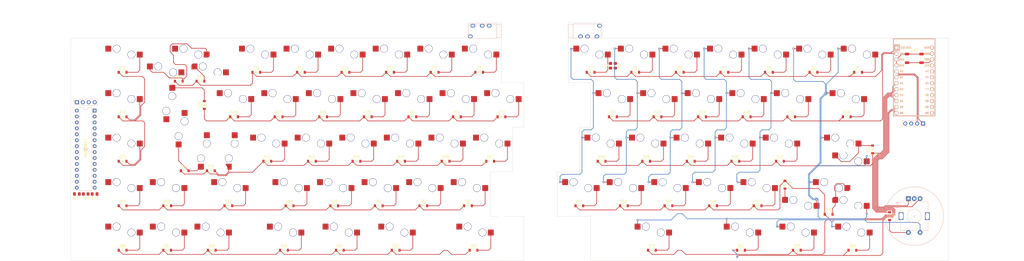
<source format=kicad_pcb>
(kicad_pcb (version 20211014) (generator pcbnew)
  (layers (0 "F.Cu" signal) (31 "B.Cu" signal) (34 "B.Paste" user) (35 "F.Paste" user) (36 "B.SilkS" user "B.Silkscreen") (37 "F.SilkS" user "F.Silkscreen") (38 "B.Mask" user) (39 "F.Mask" user) (44 "Edge.Cuts" user))
  (net 0 "")
  (net 1 "VDD")
  (net 2 "VSS")
  (net 3 "Net-(D1-Pad2)")
  (net 4 "ROW0")
  (net 5 "Net-(D2-Pad2)")
  (net 6 "Net-(D3-Pad2)")
  (net 7 "Net-(D4-Pad2)")
  (net 8 "Net-(D5-Pad2)")
  (net 9 "Net-(D6-Pad2)")
  (net 10 "Net-(D7-Pad2)")
  (net 11 "Net-(D8-Pad2)")
  (net 12 "ROW6")
  (net 13 "Net-(D9-Pad2)")
  (net 14 "Net-(D10-Pad2)")
  (net 15 "Net-(D11-Pad2)")
  (net 16 "Net-(D12-Pad2)")
  (net 17 "Net-(D13-Pad2)")
  (net 18 "Net-(D14-Pad2)")
  (net 19 "Net-(D15-Pad2)")
  (net 20 "Net-(D16-Pad2)")
  (net 21 "ROW1")
  (net 22 "Net-(D17-Pad2)")
  (net 23 "Net-(D18-Pad2)")
  (net 24 "Net-(D19-Pad2)")
  (net 25 "Net-(D20-Pad2)")
  (net 26 "Net-(D21-Pad2)")
  (net 27 "Net-(D22-Pad2)")
  (net 28 "ROW7")
  (net 29 "Net-(D23-Pad2)")
  (net 30 "Net-(D24-Pad2)")
  (net 31 "Net-(D25-Pad2)")
  (net 32 "Net-(D26-Pad2)")
  (net 33 "Net-(D27-Pad2)")
  (net 34 "Net-(D28-Pad2)")
  (net 35 "Net-(D29-Pad2)")
  (net 36 "RE")
  (net 37 "ROW2")
  (net 38 "Net-(D31-Pad2)")
  (net 39 "Net-(D32-Pad2)")
  (net 40 "Net-(D33-Pad2)")
  (net 41 "Net-(D34-Pad2)")
  (net 42 "Net-(D35-Pad2)")
  (net 43 "Net-(D36-Pad2)")
  (net 44 "Net-(D37-Pad2)")
  (net 45 "ROW8")
  (net 46 "Net-(D38-Pad2)")
  (net 47 "Net-(D39-Pad2)")
  (net 48 "Net-(D40-Pad2)")
  (net 49 "Net-(D41-Pad2)")
  (net 50 "Net-(D42-Pad2)")
  (net 51 "Net-(D43-Pad2)")
  (net 52 "Net-(D44-Pad2)")
  (net 53 "Net-(D45-Pad2)")
  (net 54 "ROW3")
  (net 55 "Net-(D46-Pad2)")
  (net 56 "Net-(D47-Pad2)")
  (net 57 "Net-(D48-Pad2)")
  (net 58 "Net-(D49-Pad2)")
  (net 59 "Net-(D50-Pad2)")
  (net 60 "Net-(D51-Pad2)")
  (net 61 "Net-(D52-Pad2)")
  (net 62 "ROW9")
  (net 63 "Net-(D53-Pad2)")
  (net 64 "Net-(D54-Pad2)")
  (net 65 "Net-(D55-Pad2)")
  (net 66 "Net-(D56-Pad2)")
  (net 67 "Net-(D57-Pad2)")
  (net 68 "Net-(D58-Pad2)")
  (net 69 "Net-(D59-Pad2)")
  (net 70 "Net-(D60-Pad2)")
  (net 71 "ROW4")
  (net 72 "Net-(D61-Pad2)")
  (net 73 "Net-(D62-Pad2)")
  (net 74 "ROW10")
  (net 75 "Net-(D63-Pad2)")
  (net 76 "Net-(D64-Pad2)")
  (net 77 "Net-(D65-Pad2)")
  (net 78 "Net-(D66-Pad2)")
  (net 79 "Net-(D67-Pad2)")
  (net 80 "Net-(D68-Pad2)")
  (net 81 "Net-(D69-Pad2)")
  (net 82 "ROW5")
  (net 83 "Net-(D70-Pad2)")
  (net 84 "Net-(D71-Pad2)")
  (net 85 "ROW11")
  (net 86 "Net-(D72-Pad2)")
  (net 87 "Net-(D73-Pad2)")
  (net 88 "SDA0")
  (net 89 "SCL0")
  (net 90 "VCC")
  (net 91 "GND")
  (net 92 "SDA1")
  (net 93 "SCL1")
  (net 94 "COL1")
  (net 95 "COL2")
  (net 96 "COL3")
  (net 97 "COL4")
  (net 98 "COL5")
  (net 99 "COL6")
  (net 100 "COL7")
  (net 101 "COL8")
  (net 102 "COL9")
  (net 103 "COL10")
  (net 104 "COL11")
  (net 105 "COL12")
  (net 106 "COL13")
  (net 107 "COL14")
  (net 108 "COL15")
  (net 109 "COL0")
  (net 110 "Net-(R1-Pad2)")
  (net 111 "ENCA")
  (net 112 "ENCB")
  (net 113 "RESET")
  (footprint "acheron_MXH_metalrings:MX100H" (layer "F.Cu") (at 108.74375 80.16875)
    (fp_text reference "MX43")
    (fp_text value "MX-NoLED")
  )
  (footprint "acheron_MXH_metalrings:MX100H" (layer "F.Cu") (at 332.58125 61.11875)
    (fp_text reference "MX18")
    (fp_text value "MX-NoLED")
  )
  (footprint "acheron_MXH_metalrings:MX100H" (layer "F.Cu") (at 184.94375 80.16875)
    (fp_text reference "MX39")
    (fp_text value "MX-NoLED")
  )
  (footprint "acheron_MXH_metalrings:MX125H" (layer "F.Cu") (at 311.15 118.26875)
    (fp_text reference "MX64")
    (fp_text value "MX-NoLED")
  )
  (footprint "custom_parts:D_SOD-123_silkscreen" (layer "F.Cu") (at 342.138 47.117)
    (fp_text reference "D2")
    (fp_text value "D_Small")
  )
  (footprint "custom_parts:D_SOD-123_silkscreen" (layer "F.Cu") (at 46.863 123.317)
    (fp_text reference "D68")
    (fp_text value "D_Small")
  )
  (footprint "custom_parts:D_SOD-123_silkscreen" (layer "F.Cu") (at 108.712 85.217)
    (fp_text reference "D42")
    (fp_text value "D_Small")
  )
  (footprint "custom_parts:D_SOD-123_silkscreen" (layer "F.Cu") (at 323.088 47.117)
    (fp_text reference "D3")
    (fp_text value "D_Small")
  )
  (footprint "acheron_MXH_metalrings:MX100H" (layer "F.Cu") (at 289.71875 80.16875)
    (fp_text reference "MX35")
    (fp_text value "MX-NoLED")
  )
  (footprint "custom_parts:D_SOD-123_silkscreen" (layer "F.Cu") (at 161.163 47.117)
    (fp_text reference "D10")
    (fp_text value "D_Small")
  )
  (footprint "custom_parts:D_SOD-123_silkscreen" (layer "F.Cu") (at 374.65 108.712 -90)
    (fp_text reference "D30")
    (fp_text value "D_Small")
  )
  (footprint "acheron_MXH_metalrings:MX100H" (layer "F.Cu") (at 161.13125 42.06875)
    (fp_text reference "MX10")
    (fp_text value "MX-NoLED")
  )
  (footprint "custom_parts:D_SOD-123_silkscreen" (layer "F.Cu") (at 335.026 123.317)
    (fp_text reference "D69")
    (fp_text value "D_Small")
  )
  (footprint "custom_parts:D_SOD-123_silkscreen" (layer "F.Cu") (at 367.411 80.137 90)
    (fp_text reference "D31")
    (fp_text value "D_Small")
  )
  (footprint "acheron_MXH_metalrings:MX100H" (layer "F.Cu") (at 151.60625 61.11875)
    (fp_text reference "MX26")
    (fp_text value "MX-NoLED")
  )
  (footprint "acheron_MXH_metalrings:MX100H" (layer "F.Cu") (at 299.24375 99.21875)
    (fp_text reference "MX51")
    (fp_text value "MX-NoLED")
  )
  (footprint "acheron_MXH_metalrings:MX200H" (layer "F.Cu") (at 75.40625 42.06875)
    (fp_text reference "MX16")
    (fp_text value "MX-NoLED")
  )
  (footprint "custom_parts:D_SOD-123_silkscreen" (layer "F.Cu") (at 203.962 85.217)
    (fp_text reference "D37")
    (fp_text value "D_Small")
  )
  (footprint "custom_parts:D_SOD-123_silkscreen" (layer "F.Cu") (at 113.538 66.167)
    (fp_text reference "D27")
    (fp_text value "D_Small")
  )
  (footprint "acheron_MXH_metalrings:MX100H" (layer "F.Cu") (at 46.83125 61.11875)
    (fp_text reference "MX75")
    (fp_text value "MX-NoLED")
  )
  (footprint "custom_parts:D_SOD-123_silkscreen" (layer "F.Cu") (at 92.075 104.267)
    (fp_text reference "D57")
    (fp_text value "D_Small")
  )
  (footprint "custom_parts:D_SOD-123_silkscreen" (layer "F.Cu") (at 304.038 47.117)
    (fp_text reference "D4")
    (fp_text value "D_Small")
  )
  (footprint "acheron_MXH_metalrings:MX100H" (layer "F.Cu") (at 142.08125 42.06875)
    (fp_text reference "MX11")
    (fp_text value "MX-NoLED")
  )
  (footprint "acheron_MXH_metalrings:MX100H" (layer "F.Cu") (at 46.83125 42.06875)
    (fp_text reference "MX74")
    (fp_text value "MX-NoLED")
  )
  (footprint "Capacitor_SMD:C_0805_2012Metric_Pad1.18x1.45mm_HandSolder" (layer "F.Cu") (at 34.8935 99.22875 180)
    (fp_text reference "C2")
    (fp_text value "0.1u")
  )
  (footprint "acheron_MXH_metalrings:MX225HR" (layer "F.Cu") (at 196.85 118.26875)
    (fp_text reference "MX65")
    (fp_text value "MX-NoLED")
  )
  (footprint "acheron_MXH_metalrings:MX100H" (layer "F.Cu") (at 280.19375 99.21875)
    (fp_text reference "MX52")
    (fp_text value "MX-NoLED")
  )
  (footprint "acheron_MXH_metalrings:MX275HR" (layer "F.Cu") (at 273.05 118.26875)
    (fp_text reference "MX73" hide)
    (fp_text value "MX-NoLED")
  )
  (footprint "acheron_MXH_metalrings:MX100H" (layer "F.Cu") (at 203.99375 80.16875)
    (fp_text reference "MX38")
    (fp_text value "MX-NoLED")
  )
  (footprint "acheron_MXH_metalrings:MX100H" (layer "F.Cu") (at 127.79375 80.16875)
    (fp_text reference "MX42")
    (fp_text value "MX-NoLED")
  )
  (footprint "acheron_MXH_metalrings:MX100H" (layer "F.Cu") (at 318.29375 99.21875)
    (fp_text reference "MX50")
    (fp_text value "MX-NoLED")
  )
  (footprint "custom_parts:D_SOD-123_silkscreen" (layer "F.Cu") (at 318.262 104.267)
    (fp_text reference "D47")
    (fp_text value "D_Small")
  )
  (footprint "acheron_MXH_metalrings:MX100H" (layer "F.Cu") (at 68.2625 70.64375 -90)
    (fp_text reference "MX46")
    (fp_text value "MX-NoLED")
  )
  (footprint "custom_parts:D_SOD-123_silkscreen" (layer "F.Cu") (at 70.866 50.927)
    (fp_text reference "D15")
    (fp_text value "D_Small")
  )
  (footprint "acheron_MXH_metalrings:MX100H" (layer "F.Cu") (at 89.69375 80.16875 -90)
    (fp_text reference "MX44")
    (fp_text value "MX-NoLED")
  )
  (footprint "acheron_MXH_metalrings:MX100H" (layer "F.Cu") (at 77.7875 80.16875 -90)
    (fp_text reference "MX45")
    (fp_text value "MX-NoLED")
  )
  (footprint "acheron_MXH_metalrings:MX100H" (layer "F.Cu") (at 103.98125 42.06875)
    (fp_text reference "MX13")
    (fp_text value "MX-NoLED")
  )
  (footprint "acheron_MXH_metalrings:MX100H" (layer "F.Cu") (at 84.93125 42.06875 180)
    (fp_text reference "MX14")
    (fp_text value "MX-NoLED")
  )
  (footprint "custom_parts:D_SOD-123_silkscreen" (layer "F.Cu") (at 270.637 85.217)
    (fp_text reference "D35")
    (fp_text value "D_Small")
  )
  (footprint "custom_parts:D_SOD-123_silkscreen" (layer "F.Cu") (at 242.062 104.267)
    (fp_text reference "D51")
    (fp_text value "D_Small")
  )
  (footprint "custom_parts:D_SOD-123_silkscreen" (layer "F.Cu") (at 280.162 104.267)
    (fp_text reference "D49")
    (fp_text value "D_Small")
  )
  (footprint "custom_parts:D_SOD-123_silkscreen" (layer "F.Cu") (at 65.913 104.267)
    (fp_text reference "D58")
    (fp_text value "D_Small")
  )
  (footprint "custom_parts:D_SOD-123_silkscreen" (layer "F.Cu") (at 81.788 61.11875 90)
    (fp_text reference "D29")
    (fp_text value "D_Small")
  )
  (footprint "acheron_MXH_metalrings:MX100H" (layer "F.Cu") (at 65.88125 99.21875)
    (fp_text reference "MX61")
    (fp_text value "MX-NoLED")
  )
  (footprint "acheron_MXH_metalrings:MX100H" (layer "F.Cu") (at 323.05625 42.06875)
    (fp_text reference "MX3")
    (fp_text value "MX-NoLED")
  )
  (footprint "Resistor_SMD:R_0805_2012Metric_Pad1.20x1.40mm_HandSolder" (layer "F.Cu") (at 31.105 99.22875)
    (fp_text reference "R1")
    (fp_text value "10k")
  )
  (footprint "custom_parts:D_SOD-123_silkscreen" (layer "F.Cu") (at 265.938 47.117)
    (fp_text reference "D6")
    (fp_text value "D_Small")
  )
  (footprint "acheron_MXH_metalrings:MX100H" (layer "F.Cu") (at 275.43125 61.11875)
    (fp_text reference "MX21")
    (fp_text value "MX-NoLED")
  )
  (footprint "acheron_MXH_metalrings:MX100H" (layer "F.Cu") (at 294.48125 61.11875)
    (fp_text reference "MX20")
    (fp_text value "MX-NoLED")
  )
  (footprint "acheron_MXH_metalrings:MX100H" (layer "F.Cu") (at 256.38125 61.11875)
    (fp_text reference "MX22")
    (fp_text value "MX-NoLED")
  )
  (footprint "acheron_MXH_metalrings:MX100H" (layer "F.Cu") (at 46.83125 80.16875)
    (fp_text reference "MX76")
    (fp_text value "MX-NoLED")
  )
  (footprint "custom_parts:D_SOD-123_silkscreen" (layer "F.Cu") (at 46.863 104.267)
    (fp_text reference "D59")
    (fp_text value "D_Small")
  )
  (footprint "custom_parts:D_SOD-123_silkscreen" (layer "F.Cu") (at 156.337 104.267)
    (fp_text reference "D54")
    (fp_text value "D_Small")
  )
  (footprint "custom_parts:D_SOD-123_silkscreen" (layer "F.Cu") (at 261.112 104.267)
    (fp_text reference "D50")
    (fp_text value "D_Small")
  )
  (footprint "custom_parts:D_SOD-123_silkscreen" (layer "F.Cu") (at 170.688 66.167)
    (fp_text reference "D24")
    (fp_text value "D_Small")
  )
  (footprint "custom_parts:D_SOD-123_silkscreen" (layer "F.Cu") (at 332.613 66.167)
    (fp_text reference "D17")
    (fp_text value "D_Small")
  )
  (footprint "custom_parts:D_SOD-123_silkscreen" (layer "F.Cu") (at 294.513 66.167)
    (fp_text reference "D19")
    (fp_text value "D_Small")
  )
  (footprint "acheron_MXH_metalrings:MX100H" (layer "F.Cu") (at 165.89375 80.16875)
    (fp_text reference "MX40")
    (fp_text value "MX-NoLED")
  )
  (footprint "acheron_MXH_metalrings:MX100H" (layer "F.Cu") (at 65.88125 118.26875)
    (fp_text reference "MX70")
    (fp_text value "MX-NoLED")
  )
  (footprint "acheron_MXH_metalrings:MX125H" (layer "F.Cu") (at 334.9625 118.26875)
    (fp_text reference "MX72")
    (fp_text value "MX-NoLED")
  )
  (footprint "acheron_MXH_metalrings:MX100H" (layer "F.Cu") (at 175.41875 99.21875)
    (fp_text reference "MX56")
    (fp_text value "MX-NoLED")
  )
  (footprint "acheron_MXH_metalrings:MX100H" (layer "F.Cu") (at 170.65625 61.11875)
    (fp_text reference "MX25")
    (fp_text value "MX-NoLED")
  )
  (footprint "acheron_MXH_metalrings:MX100H" (layer "F.Cu") (at 246.85625 42.06875)
    (fp_text reference "MX7")
    (fp_text value "MX-NoLED")
  )
  (footprint "custom_parts:D_SOD-123_silkscreen" (layer "F.Cu") (at 118.237 104.267)
    (fp_text reference "D56")
    (fp_text value "D_Small")
  )
  (footprint "custom_parts:D_SOD-123_silkscreen" (layer "F.Cu") (at 284.988 47.117)
    (fp_text reference "D5")
    (fp_text value "D_Small")
  )
  (footprint "custom_parts:D_SOD-123_silkscreen" (layer "F.Cu") (at 163.576 123.317)
    (fp_text reference "D63")
    (fp_text value "D_Small")
  )
  (footprint "acheron_MXH_metalrings:MX125H" (layer "F.Cu") (at 115.8875 118.26875)
    (fp_text reference "MX68")
    (fp_text value "MX-NoLED")
  )
  (footprint "custom_parts:D_SOD-123_silkscreen" (layer "F.Cu") (at 327.787 85.217)
    (fp_text reference "D32")
    (fp_text value "D_Small")
  )
  (footprint "acheron_MXH_metalrings:MX100H" (layer "F.Cu") (at 194.46875 99.21875)
    (fp_text reference "MX55")
    (fp_text value "MX-NoLED")
  )
  (footprint "custom_parts:D_SOD-123_silkscreen" (layer "F.Cu") (at 311.15 123.317)
    (fp_text reference "D61")
    (fp_text value "D_Small")
  )
  (footprint "acheron_MXH_metalrings:MX175H" (layer "F.Cu") (at 92.075 99.21875)
    (fp_text reference "MX60")
    (fp_text value "MX-NoLED" hide)
  )
  (footprint "custom_parts:D_SOD-123_silkscreen" (layer "F.Cu") (at 358.775 123.317)
    (fp_text reference "D60")
    (fp_text value "D_Small")
  )
  (footprint "custom_parts:D_SOD-123_silkscreen" (layer "F.Cu") (at 299.212 104.267)
    (fp_text reference "D48")
    (fp_text value "D_Small")
  )
  (footprint "custom_parts:D_SOD-123_silkscreen" (layer "F.Cu") (at 289.687 85.217)
    (fp_text reference "D34")
    (fp_text value "D_Small")
  )
  (footprint "acheron_MXH_metalrings:MX100H" (layer "F.Cu") (at 132.55625 61.11875)
    (fp_text reference "MX27")
    (fp_text value "MX-NoLED")
  )
  (footprint "acheron_MXH_metalrings:MX100H" (layer "F.Cu") (at 308.76875 80.16875)
    (fp_text reference "MX34")
    (fp_text value "MX-NoLED")
  )
  (footprint "custom_parts:D_SOD-123_silkscreen" (layer "F.Cu") (at 208.788 66.167)
    (fp_text reference "D22")
    (fp_text value "D_Small")
  )
  (footprint "acheron_MXH_metalrings:MX100H" (layer "F.Cu") (at 84.93125 118.26875)
    (fp_text reference "MX69")
    (fp_text value "MX-NoLED")
  )
  (footprint "custom_parts:D_SOD-123_silkscreen" (layer "F.Cu") (at 73.406 89.281)
    (fp_text reference "D44")
    (fp_text value "D_Small")
  )
  (footprint "custom_parts:D_SOD-123_silkscreen" (layer "F.Cu") (at 146.812 85.217)
    (fp_text reference "D40")
    (fp_text value "D_Small")
  )
  (footprint "acheron_MXH_metalrings:MX100H" (layer "F.Cu") (at 146.84375 80.16875)
    (fp_text reference "MX41")
    (fp_text value "MX-NoLED")
  )
  (footprint "custom_parts:D_SOD-123_silkscreen" (layer "F.Cu") (at 313.563 66.167)
    (fp_text reference "D18")
    (fp_text value "D_Small")
  )
  (footprint "acheron_MXH_metalrings:MX100H" (layer "F.Cu") (at 337.34375 99.21875 180)
    (fp_text reference "MX49")
    (fp_text value "MX-NoLED")
  )
  (footprint "custom_parts:D_SOD-123_silkscreen" (layer "F.Cu") (at 139.7 123.317)
    (fp_text reference "D64")
    (fp_text value "D_Small")
  )
  (footprint "custom_parts:D_SOD-123_silkscreen" (layer "F.Cu") (at 123.063 47.117)
    (fp_text reference "D12")
    (fp_text value "D_Small")
  )
  (footprint "acheron_MXH_metalrings:MX100H" (layer "F.Cu") (at 46.83125 118.26875)
    (fp_text reference "MX71")
    (fp_text value "MX-NoLED")
  )
  (footprint "custom_parts:D_SOD-123_silkscreen" (layer "F.Cu") (at 151.638 66.167)
    (fp_text reference "D25")
    (fp_text value "D_Small")
  )
  (footprint "custom_parts:D_SOD-123_silkscreen" (layer "F.Cu") (at 308.737 85.217)
    (fp_text reference "D33")
    (fp_text value "D_Small")
  )
  (footprint "custom_parts:D_SOD-123_silkscreen" (layer "F.Cu") (at 251.587 85.217)
    (fp_text reference "D36")
    (fp_text value "D_Small")
  )
  (footprint "acheron_MXH_metalrings:MX175H" (layer "F.Cu") (at 354.0125 80.16875)
    (fp_text reference "MX32")
    (fp_text value "MX-NoLED" hide)
  )
  (footprint "custom_parts:D_SOD-123_silkscreen" (layer "F.Cu") (at 104.013 47.117)
    (fp_text reference "D13")
    (fp_text value "D_Small")
  )
  (footprint "acheron_MXH_metalrings:MX125H" (layer "F.Cu") (at 358.775 99.21875 180)
    (fp_text reference "MX47")
    (fp_text value "MX-NoLED")
  )
  (footprint "custom_parts:D_SOD-123_silkscreen" (layer "F.Cu") (at 127.762 85.217)
    (fp_text reference "D41")
    (fp_text value "D_Small")
  )
  (footprint "acheron_MXH_metalrings:MX125H" (layer "F.Cu") (at 358.775 80.16875 180)
    (fp_text reference "MX31")
    (fp_text value "MX-NoLED")
  )
  (footprint "acheron_MXH_metalrings:MX100H" (layer "F.Cu") (at 270.66875 80.16875)
    (fp_text reference "MX36")
    (fp_text value "MX-NoLED")
  )
  (footprint "acheron_MXH_metalrings:MX100H" (layer "F.Cu") (at 65.88125 42.06875 180)
    (fp_text reference "MX15")
    (fp_text value "MX-NoLED")
  )
  (footprint "custom_parts:D_SOD-123_silkscreen" (layer "F.Cu") (at 273.05 123.317)
    (fp_text reference "D70")
    (fp_text value "D_Small")
  )
  (footprint "Resistor_SMD:R_0805_2012Metric_Pad1.20x1.40mm_HandSolder" (layer "F.Cu") (at 257.429 44.323 90)
    (fp_text reference "R2")
    (fp_text value "4.7k")
  )
  (footprint "custom_parts:D_SOD-123_silkscreen" (layer "F.Cu") (at 246.888 47.117)
    (fp_text reference "D7")
    (fp_text value "D_Small")
  )
  (footprint "acheron_MXH_metalrings:MX100H" (layer "F.Cu") (at 208.75625 61.11875)
    (fp_text reference "MX23")
    (fp_text value "MX-NoLED")
  )
  (footprint "custom_parts:D_SOD-123_silkscreen" (layer "F.Cu") (at 46.863 66.167)
    (fp_text reference "D72")
    (fp_text value "D_Small")
  )
  (footprint "acheron_MXH_metalrings:MX100H" (layer "F.Cu") (at 242.09375 99.21875)
    (fp_text reference "MX54")
    (fp_text value "MX-NoLED")
  )
  (footprint "acheron_MXH_metalrings:MX100H" (layer "F.Cu") (at 251.61875 80.16875)
    (fp_text reference "MX37")
    (fp_text value "MX-NoLED")
  )
  (footprint "acheron_MXH_metalrings:MX100H" (layer "F.Cu") (at 137.31875 99.21875)
    (fp_text reference "MX58")
    (fp_text value "MX-NoLED")
  )
  (footprint "custom_parts:D_SOD-123_silkscreen" (layer "F.Cu") (at 180.213 47.117)
    (fp_text reference "D9")
    (fp_text value "D_Small")
  )
  (footprint "custom_parts:D_SOD-123_silkscreen" (layer "F.Cu") (at 46.863 47.117)
    (fp_text reference "D71")
    (fp_text value "D_Small")
  )
  (footprint "custom_parts:D_SOD-123_silkscreen" (layer "F.Cu") (at 46.863 85.217)
    (fp_text reference "D73")
    (fp_text value "D_Small")
  )
  (footprint "acheron_MXH_metalrings:MX100H" (layer "F.Cu") (at 327.81875 80.16875)
    (fp_text reference "MX33")
    (fp_text value "MX-NoLED")
  )
  (footprint "custom_parts:D_SOD-123_silkscreen" (layer "F.Cu") (at 65.913 123.317)
    (fp_text reference "D67")
    (fp_text value "D_Small")
  )
  (footprint "custom_parts:D_SOD-123_silkscreen" (layer "F.Cu") (at 361.188 47.117)
    (fp_text reference "D1")
    (fp_text value "D_Small")
  )
  (footprint "acheron_MXH_metalrings:MX100H" (layer "F.Cu") (at 265.90625 42.06875)
    (fp_text reference "MX6")
    (fp_text value "MX-NoLED")
  )
  (footprint "acheron_MXH_metalrings:MX100H" (layer "F.Cu") (at 156.36875 99.21875)
    (fp_text reference "MX57")
    (fp_text value "MX-NoLED")
  )
  (footprint "acheron_MXH_metalrings:MX125H" (layer "F.Cu") (at 139.7 118.26875)
    (fp_text reference "MX67")
    (fp_text value "MX-NoLED")
  )
  (footprint "custom_parts:D_SOD-123_silkscreen" (layer "F.Cu") (at 94.488 66.167)
    (fp_text reference "D28")
    (fp_text value "D_Small")
  )
  (footprint "acheron_MXH_metalrings:MX100H" (layer "F.Cu") (at 284.95625 42.06875)
    (fp_text reference "MX5")
    (fp_text value "MX-NoLED")
  )
  (footprint "Button_Switch_SMD:SW_SPST_SKQG_WithStem" (layer "F.Cu") (at 385.207863 41.156253)
    (fp_text reference "SW2")
    (fp_text value "SW_Push")
  )
  (footprint "Capacitor_SMD:C_0805_2012Metric_Pad1.18x1.45mm_HandSolder" (layer "F.Cu") (at 27.3165 99.22875)
    (fp_text reference "C1")
    (fp_text value "0.1u")
  )
  (footprint "custom_parts:D_SOD-123_silkscreen" (layer "F.Cu") (at 275.463 66.167)
    (fp_text reference "D20")
    (fp_text value "D_Small")
  )
  (footprint "custom_parts:D_SOD-123_silkscreen" (layer "F.Cu") (at 356.362 66.167)
    (fp_text reference "D16")
    (fp_text value "D_Small")
  )
  (footprint "custom_parts:D_SOD-123_silkscreen" (layer "F.Cu") (at 256.413 66.167)
    (fp_text reference "D21")
    (fp_text value "D_Small")
  )
  (footprint "acheron_MXH_metalrings:MX100H" (layer "F.Cu") (at 304.00625 42.06875)
    (fp_text reference "MX4")
    (fp_text value "MX-NoLED")
  )
  (footprint "custom_parts:D_SOD-123_silkscreen" (layer "F.Cu") (at 329.946 95.25 -90)
    (fp_text reference "D46")
    (fp_text value "D_Small")
  )
  (footprint "custom_parts:D_SOD-123_silkscreen" (layer "F.Cu") (at 84.582 89.281)
    (fp_text reference "D43")
    (fp_text value "D_Small")
  )
  (footprint "acheron_MXH_metalrings:MX100H" (layer "F.Cu") (at 313.53125 61.11875)
    (fp_text reference "MX19")
    (fp_text value "MX-NoLED")
  )
  (footprint "acheron_MXH_metalrings:MX100H" (layer "F.Cu") (at 180.18125 42.06875)
    (fp_text reference "MX9")
    (fp_text value "MX-NoLED")
  )
  (footprint "custom_parts:D_SOD-123_silkscreen" (layer "F.Cu") (at 189.738 66.167)
    (fp_text reference "D23")
    (fp_text value "D_Small")
  )
  (footprint "custom_parts:D_SOD-123_silkscreen" (layer "F.Cu") (at 184.912 85.217)
    (fp_text reference "D38")
    (fp_text value "D_Small")
  )
  (footprint "acheron_MXH_metalrings:MX100H" (layer "F.Cu") (at 199.23125 42.06875)
    (fp_text reference "MX8")
    (fp_text value "MX-NoLED")
  )
  (footprint "custom_parts:D_SOD-123_silkscreen" (layer "F.Cu") (at 175.387 104.267)
    (fp_text reference "D53")
    (fp_text value "D_Small")
  )
  (footprint "custom_parts:D_SOD-123_silkscreen" (layer "F.Cu") (at 165.862 85.217)
    (fp_text reference "D39")
    (fp_text value "D_Small")
  )
  (footprint "acheron_MXH_metalrings:MX150H" (layer "F.Cu") (at 356.39375 61.11875)
    (fp_text reference "MX17" hide)
    (fp_text value "MX-NoLED" hide)
  )
  (footprint "custom_parts:D_SOD-123_silkscreen" (layer "F.Cu") (at 80.137 50.927)
    (fp_text reference "D14")
    (fp_text value "D_Small")
  )
  (footprint "custom_parts:D_SOD-123_silkscreen" (layer "F.Cu") (at 84.963 123.317)
    (fp_text reference "D66")
    (fp_text value "D_Small")
  )
  (footprint "acheron_MXH_metalrings:MX100H" (layer "F.Cu") (at 113.50625 61.11875)
    (fp_text reference "MX28")
    (fp_text value "MX-NoLED")
  )
  (footprint "acheron_MXH_metalrings:MX225H" (layer "F.Cu") (at 349.25 99.21875)
    (fp_text reference "MX48")
    (fp_text value "MX-NoLED")
  )
  (footprint "custom_parts:D_SOD-123_silkscreen" (layer "F.Cu") (at 115.824 123.317)
    (fp_text reference "D65")
    (fp_text value "D_Small")
  )
  (footprint "custom_parts:D_SOD-123_silkscreen" (layer "F.Cu") (at 199.263 47.117)
    (fp_text reference "D8")
    (fp_text value "D_Small")
  )
  (footprint "acheron_MXH_metalrings:MX100H" (layer "F.Cu") (at 118.26875 99.21875)
    (fp_text reference "MX59")
    (fp_text value "MX-NoLED")
  )
  (footprint "Resistor_SMD:R_0805_2012Metric_Pad1.20x1.40mm_HandSolder" (layer "F.Cu") (at 255.397 44.323 -90)
    (fp_text reference "R3")
    (fp_text value "4.7k")
  )
  (footprint "acheron_MXH_metalrings:MX100H" (layer "F.Cu") (at 342.10625 42.06875)
    (fp_text reference "MX2")
    (fp_text value "MX-NoLED")
  )
  (footprint "acheron_MXH_metalrings:MX100H" (layer "F.Cu") (at 46.83125 99.21875)
    (fp_text reference "MX62")
    (fp_text value "MX-NoLED")
  )
  (footprint "custom_parts:D_SOD-123_silkscreen" (layer "F.Cu") (at 132.588 66.167)
    (fp_text reference "D26")
    (fp_text value "D_Small")
  )
  (footprint "custom_parts:D_SOD-123_silkscreen" (layer "F.Cu") (at 196.85 123.317)
    (fp_text reference "D62")
    (fp_text value "D_Small")
  )
  (footprint "Keebio-Parts:ArduinoProMicro" (layer "F.Cu") (at 385.191 50.546 -90)
    (fp_text reference "U1" hide)
    (fp_text value "ProMicro" hide)
  )
  (footprint "acheron_MXH_metalrings:MX125H" (layer "F.Cu") (at 163.5125 118.26875)
    (fp_text reference "MX66")
    (fp_text value "MX-NoLED")
  )
  (footprint "acheron_MXH_metalrings:MX100H" (layer "F.Cu") (at 70.64375 61.11875 90)
    (fp_text reference "MX30")
    (fp_text value "MX-NoLED")
  )
  (footprint "acheron_MXH_metalrings:MX100H" (layer "F.Cu") (at 189.70625 61.11875)
    (fp_text reference "MX24")
    (fp_text value "MX-NoLED")
  )
  (footprint "custom_parts:D_SOD-123_silkscreen" (layer "F.Cu") (at 194.437 104.267)
    (fp_text reference "D52")
    (fp_text value "D_Small")
  )
  (footprint "custom_parts:D_SOD-123_silkscreen" (layer "F.Cu") (at 142.113 47.117)
    (fp_text reference "D11")
    (fp_text value "D_Small")
  )
  (footprint "custom_parts:D_SOD-123_silkscreen" (layer "F.Cu") (at 137.287 104.267)
    (fp_text reference "D55")
    (fp_text value "D_Small")
  )
  (footprint "custom_parts:D_SOD-123_silkscreen" (layer "F.Cu") (at 348.615 107.95)
    (fp_text reference "D45")
    (fp_text value "D_Small")
  )
  (footprint "acheron_MXH_metalrings:MX100H" (layer "F.Cu") (at 94.45625 61.11875)
    (fp_text reference "MX29")
    (fp_text value "MX-NoLED")
  )
  (footprint "acheron_MXH_metalrings:MX100H" (layer "F.Cu") (at 261.14375 99.21875)
    (fp_text reference "MX53")
    (fp_text value "MX-NoLED")
  )
  (footprint "acheron_MXH_metalrings:MX100H" (layer "F.Cu") (at 361.15625 42.06875)
    (fp_text reference "MX1")
    (fp_text value "MX-NoLED")
  )
  (footprint "acheron_MXH_metalrings:MX100H" (layer "F.Cu") (at 123.03125 42.06875)
    (fp_text reference "MX12")
    (fp_text value "MX-NoLED")
  )
  (footprint "acheron_MXH_metalrings:MX125H" (layer "F.Cu") (at 358.775 118.26875)
    (fp_text reference "MX63")
    (fp_text value "MX-NoLED")
  )
  (footprint "Connector_PinHeader_2.54mm:PinHeader_1x04_P2.54mm_Vertical" (layer "B.Cu") (at 388.991 69.05625 90)
    (fp_text reference "J1" hide)
    (fp_text value "Conn_01x04")
  )
  (footprint "Rotary_Encoder:RotaryEncoder_Alps_EC11E-Switch_Vertical_H20mm" (layer "B.Cu") (at 382.691 101.208 -90)
    (fp_text reference "SW1")
    (fp_text value "RotaryEncoder_Switch")
  )
  (footprint "Connector_PinHeader_2.54mm:PinHeader_1x04_P2.54mm_Vertical" (layer "B.Cu") (at 27.315 59.944 -90)
    (fp_text reference "J2" hide)
    (fp_text value "Conn_01x04")
  )
  (footprint "custom_parts:TRRS-PJ-320A" (layer "B.Cu") (at 239.3625 29.464 -90)
    (fp_text reference "J3")
    (fp_text value "AudioJack4")
  )
  (footprint "Package_DIP:DIP-28_W7.62mm" (layer "B.Cu") (at 34.915 63.51 180)
    (fp_text reference "U2")
    (fp_text value "MCP23017_SP")
  )
  (footprint "custom_parts:TRRS-PJ-320A" (layer "B.Cu") (at 206.756 29.464 90)
    (fp_text reference "J4")
    (fp_text value "AudioJack4")
  )
  (footprint "marbastlib-mx:STAB_MX_2.25u" (layer "B.Cu") (at 77.7875 80.16875 180)
    (fp_text reference "S2" hide)
    (fp_text value "MX_stab")
  )
  (footprint "marbastlib-mx:STAB_MX_ISO_FLIPPED" (layer "B.Cu") (at 68.2625 70.64375 180)
    (fp_text reference "S1" hide)
    (fp_text value "MX_stab")
  )
  (gr_circle (center 385.191 108.712) (end 397.764 108.712) (layer "B.SilkS") (width 0.15) (fill none))
  (gr_line (start 218.28125 108.74375) (end 218.28125 127.79375) (layer "Edge.Cuts") (width 0.1))
  (gr_line (start 208.75625 51.59375) (end 218.28125 51.59375) (layer "Edge.Cuts") (width 0.1))
  (gr_line (start 246.85625 127.79375) (end 246.85625 108.74375) (layer "Edge.Cuts") (width 0.1))
  (gr_line (start 232.56875 108.74375) (end 232.56875 89.69375) (layer "Edge.Cuts") (width 0.1))
  (gr_line (start 26.19375 32.54375) (end 194.056 32.54375) (layer "Edge.Cuts") (width 0.1))
  (gr_line (start 194.056 32.54375) (end 194.056 26.19375) (layer "Edge.Cuts") (width 0.1))
  (gr_line (start 237.33125 51.59375) (end 237.33125 32.54375) (layer "Edge.Cuts") (width 0.1))
  (gr_line (start 213.51875 89.69375) (end 203.99375 89.69375) (layer "Edge.Cuts") (width 0.1))
  (gr_line (start 203.99375 89.69375) (end 203.99375 108.74375) (layer "Edge.Cuts") (width 0.1))
  (gr_line (start 194.056 26.19375) (end 194.056 25.908) (layer "Edge.Cuts") (width 0.1))
  (gr_line (start 213.51875 70.64375) (end 213.51875 89.69375) (layer "Edge.Cuts") (width 0.1))
  (gr_line (start 237.33125 25.908) (end 252.095 25.908) (layer "Edge.Cuts") (width 0.1))
  (gr_line (start 218.28125 127.79375) (end 37.30625 127.79375) (layer "Edge.Cuts") (width 0.1))
  (gr_line (start 203.99375 108.74375) (end 218.28125 108.74375) (layer "Edge.Cuts") (width 0.1))
  (gr_line (start 24.765 32.54375) (end 24.765 127.79375) (layer "Edge.Cuts") (width 0.1))
  (gr_line (start 194.056 25.908) (end 208.75625 25.908) (layer "Edge.Cuts") (width 0.1))
  (gr_line (start 242.09375 89.69375) (end 242.09375 70.64375) (layer "Edge.Cuts") (width 0.1))
  (gr_line (start 26.19375 32.54375) (end 24.765 32.54375) (layer "Edge.Cuts") (width 0.1))
  (gr_line (start 24.765 127.79375) (end 37.30625 127.79375) (layer "Edge.Cuts") (width 0.1))
  (gr_line (start 242.09375 70.64375) (end 246.85625 70.64375) (layer "Edge.Cuts") (width 0.1))
  (gr_line (start 399.669 32.54375) (end 399.669 127.79375) (layer "Edge.Cuts") (width 0.1))
  (gr_line (start 218.28125 51.59375) (end 218.28125 70.64375) (layer "Edge.Cuts") (width 0.1))
  (gr_line (start 218.28125 70.64375) (end 213.51875 70.64375) (layer "Edge.Cuts") (width 0.1))
  (gr_line (start 246.85625 51.59375) (end 237.33125 51.59375) (layer "Edge.Cuts") (width 0.1))
  (gr_line (start 237.33125 32.54375) (end 237.33125 25.908) (layer "Edge.Cuts") (width 0.1))
  (gr_line (start 208.75625 25.908) (end 208.75625 51.59375) (layer "Edge.Cuts") (width 0.1))
  (gr_line (start 252.095 32.54375) (end 399.669 32.54375) (layer "Edge.Cuts") (width 0.1))
  (gr_line (start 246.85625 108.74375) (end 232.56875 108.74375) (layer "Edge.Cuts") (width 0.1))
  (gr_line (start 232.56875 89.69375) (end 242.09375 89.69375) (layer "Edge.Cuts") (width 0.1))
  (gr_line (start 399.669 127.79375) (end 246.85625 127.79375) (layer "Edge.Cuts") (width 0.1))
  (gr_line (start 252.095 25.908) (end 252.095 32.54375) (layer "Edge.Cuts") (width 0.1))
  (gr_line (start 246.85625 70.64375) (end 246.85625 51.59375) (layer "Edge.Cuts") (width 0.1))
  (gr_text "MCP23017" (at 31.115 79.629 90) (layer "F.SilkS") (effects (font (size 1 1) (thickness 0.2))))
  (segment (start 367.126522 47.117) (end 362.838 47.117) (width 0.25) (layer "F.Cu") (net 3))
  (segment (start 368.52225 39.52875) (end 368.52225 45.721272) (width 0.25) (layer "F.Cu") (net 3))
  (segment (start 368.141489 46.640511) (end 368.045761 46.736239) (width 0.25) (layer "F.Cu") (net 3))
  (arc (start 367.126522 47.117) (mid 367.62401 47.018043) (end 368.045761 46.736239) (width 0.25) (layer "F.Cu") (net 3))
  (arc (start 368.141489 46.640511) (mid 368.423294 46.218761) (end 368.52225 45.721272) (width 0.25) (layer "F.Cu") (net 3))
  (segment (start 368.681 48.895) (end 371.221 46.355) (width 0.25) (layer "F.Cu") (net 4))
  (segment (start 375.48052 38.66648) (end 377.571 36.576) (width 0.25) (layer "F.Cu") (net 4))
  (segment (start 281.56 48.895) (end 266.066 48.895) (width 0.25) (layer "F.Cu") (net 4))
  (segment (start 262.51 48.895) (end 247.016 48.895) (width 0.25) (layer "F.Cu") (net 4))
  (segment (start 285.116 48.895) (end 283.338 47.117) (width 0.25) (layer "F.Cu") (net 4))
  (segment (start 266.066 48.895) (end 264.288 47.117) (width 0.25) (layer "F.Cu") (net 4))
  (segment (start 319.66 48.895) (end 304.166 48.895) (width 0.25) (layer "F.Cu") (net 4))
  (segment (start 356.931573 48.895) (end 368.681 48.895) (width 0.25) (layer "F.Cu") (net 4))
  (segment (start 302.388 47.117) (end 300.61 48.895) (width 0.25) (layer "F.Cu") (net 4))
  (segment (start 371.221 39.496282) (end 372.050802 38.66648) (width 0.25) (layer "F.Cu") (net 4))
  (segment (start 356.931573 48.895) (end 343.094427 48.895) (width 0.25) (layer "F.Cu") (net 4))
  (segment (start 341.680213 48.309213) (end 340.488 47.117) (width 0.25) (layer "F.Cu") (net 4))
  (segment (start 321.438 47.117) (end 319.66 48.895) (width 0.25) (layer "F.Cu") (net 4))
  (segment (start 247.016 48.895) (end 245.238 47.117) (width 0.25) (layer "F.Cu") (net 4))
  (segment (start 359.538 47.117) (end 358.345786 48.309214) (width 0.25) (layer "F.Cu") (net 4))
  (segment (start 323.216 48.895) (end 321.438 47.117) (width 0.25) (layer "F.Cu") (net 4))
  (segment (start 304.166 48.895) (end 302.388 47.117) (width 0.25) (layer "F.Cu") (net 4))
  (segment (start 338.71 48.895) (end 323.216 48.895) (width 0.25) (layer "F.Cu") (net 4))
  (segment (start 283.338 47.117) (end 281.56 48.895) (width 0.25) (layer "F.Cu") (net 4))
  (segment (start 340.488 47.117) (end 338.71 48.895) (width 0.25) (layer "F.Cu") (net 4))
  (segment (start 264.288 47.117) (end 262.51 48.895) (width 0.25) (layer "F.Cu") (net 4))
  (segment (start 371.221 46.355) (end 371.221 39.496282) (width 0.25) (layer "F.Cu") (net 4))
  (segment (start 372.050802 38.66648) (end 375.48052 38.66648) (width 0.25) (layer "F.Cu") (net 4))
  (segment (start 300.61 48.895) (end 285.116 48.895) (width 0.25) (layer "F.Cu") (net 4))
  (arc (start 341.680213 48.309213) (mid 342.32906 48.742759) (end 343.094427 48.895) (width 0.25) (layer "F.Cu") (net 4))
  (arc (start 358.345786 48.309214) (mid 357.69694 48.742759) (end 356.931573 48.895) (width 0.25) (layer "F.Cu") (net 4))
  (segment (start 349.47225 46.25975) (end 348.615 47.117) (width 0.25) (layer "F.Cu") (net 5))
  (segment (start 349.47225 39.52875) (end 349.47225 46.25975) (width 0.25) (layer "F.Cu") (net 5))
  (segment (start 348.615 47.117) (end 343.788 47.117) (width 0.25) (layer "F.Cu") (net 5))
  (segment (start 329.565 47.117) (end 324.738 47.117) (width 0.25) (layer "F.Cu") (net 6))
  (segment (start 330.42225 39.52875) (end 330.42225 46.25975) (width 0.25) (layer "F.Cu") (net 6))
  (segment (start 330.42225 46.25975) (end 329.565 47.117) (width 0.25) (layer "F.Cu") (net 6))
  (segment (start 311.37225 46.25975) (end 310.515 47.117) (width 0.25) (layer "F.Cu") (net 7))
  (segment (start 311.37225 39.52875) (end 311.37225 46.25975) (width 0.25) (layer "F.Cu") (net 7))
  (segment (start 310.515 47.117) (end 305.688 47.117) (width 0.25) (layer "F.Cu") (net 7))
  (segment (start 292.32225 46.25975) (end 291.465 47.117) (width 0.25) (layer "F.Cu") (net 8))
  (segment (start 292.32225 39.52875) (end 292.32225 46.25975) (width 0.25) (layer "F.Cu") (net 8))
  (segment (start 291.465 47.117) (end 286.638 47.117) (width 0.25) (layer "F.Cu") (net 8))
  (segment (start 273.27225 46.25975) (end 272.415 47.117) (width 0.25) (layer "F.Cu") (net 9))
  (segment (start 272.415 47.117) (end 267.588 47.117) (width 0.25) (layer "F.Cu") (net 9))
  (segment (start 273.27225 39.52875) (end 273.27225 46.25975) (width 0.25) (layer "F.Cu") (net 9))
  (segment (start 253.365 47.117) (end 248.538 47.117) (width 0.25) (layer "F.Cu") (net 10))
  (segment (start 254.22225 46.25975) (end 253.365 47.117) (width 0.25) (layer "F.Cu") (net 10))
  (segment (start 254.22225 39.52875) (end 254.22225 46.25975) (width 0.25) (layer "F.Cu") (net 10))
  (segment (start 206.59725 46.25975) (end 205.74 47.117) (width 0.25) (layer "F.Cu") (net 11))
  (segment (start 205.74 47.117) (end 200.913 47.117) (width 0.25) (layer "F.Cu") (net 11))
  (segment (start 206.59725 39.52875) (end 206.59725 46.25975) (width 0.25) (layer "F.Cu") (net 11))
  (segment (start 76.709 52.705) (end 70.994 52.705) (width 0.25) (layer "F.Cu") (net 12))
  (segment (start 102.363 51.815) (end 101.485829 52.692171) (width 0.25) (layer "F.Cu") (net 12))
  (segment (start 80.252171 52.692171) (end 78.487 50.927) (width 0.25) (layer "F.Cu") (net 12))
  (segment (start 180.341 48.895) (end 178.563 47.117) (width 0.25) (layer "F.Cu") (net 12))
  (segment (start 195.835 48.895) (end 180.341 48.895) (width 0.25) (layer "F.Cu") (net 12))
  (segment (start 70.994 52.705) (end 69.216 50.927) (width 0.25) (layer "F.Cu") (net 12))
  (segment (start 178.563 47.117) (end 176.785 48.895) (width 0.25) (layer "F.Cu") (net 12))
  (segment (start 119.635 48.895) (end 104.141 48.895) (width 0.25) (layer "F.Cu") (net 12))
  (segment (start 197.613 47.117) (end 195.835 48.895) (width 0.25) (layer "F.Cu") (net 12))
  (segment (start 138.685 48.895) (end 123.191 48.895) (width 0.25) (layer "F.Cu") (net 12))
  (segment (start 142.241 48.895) (end 140.463 47.117) (width 0.25) (layer "F.Cu") (net 12))
  (segment (start 159.513 47.117) (end 157.735 48.895) (width 0.25) (layer "F.Cu") (net 12))
  (segment (start 104.141 48.895) (end 102.363 47.117) (width 0.25) (layer "F.Cu") (net 12))
  (segment (start 78.487 50.927) (end 76.709 52.705) (width 0.25) (layer "F.Cu") (net 12))
  (segment (start 121.413 47.117) (end 119.635 48.895) (width 0.25) (layer "F.Cu") (net 12))
  (segment (start 123.191 48.895) (end 121.413 47.117) (width 0.25) (layer "F.Cu") (net 12))
  (segment (start 157.735 48.895) (end 142.241 48.895) (width 0.25) (layer "F.Cu") (net 12))
  (segment (start 140.463 47.117) (end 138.685 48.895) (width 0.25) (layer "F.Cu") (net 12))
  (segment (start 101.485829 52.692171) (end 80.252171 52.692171) (width 0.25) (layer "F.Cu") (net 12))
  (segment (start 161.291 48.895) (end 159.513 47.117) (width 0.25) (layer "F.Cu") (net 12))
  (segment (start 176.785 48.895) (end 161.291 48.895) (width 0.25) (layer "F.Cu") (net 12))
  (segment (start 102.363 47.117) (end 102.363 51.815) (width 0.25) (layer "F.Cu") (net 12))
  (segment (start 187.54725 46.25975) (end 186.69 47.117) (width 0.25) (layer "F.Cu") (net 13))
  (segment (start 187.54725 39.52875) (end 187.54725 46.25975) (width 0.25) (layer "F.Cu") (net 13))
  (segment (start 186.69 47.117) (end 181.863 47.117) (width 0.25) (layer "F.Cu") (net 13))
  (segment (start 168.49725 39.52875) (end 168.49725 46.25975) (width 0.25) (layer "F.Cu") (net 14))
  (segment (start 168.49725 46.25975) (end 167.64 47.117) (width 0.25) (layer "F.Cu") (net 14))
  (segment (start 167.64 47.117) (end 162.813 47.117) (width 0.25) (layer "F.Cu") (net 14))
  (segment (start 149.44725 39.52875) (end 149.44725 46.25975) (width 0.25) (layer "F.Cu") (net 15))
  (segment (start 149.44725 46.25975) (end 148.59 47.117) (width 0.25) (layer "F.Cu") (net 15))
  (segment (start 148.59 47.117) (end 143.763 47.117) (width 0.25) (layer "F.Cu") (net 15))
  (segment (start 129.54 47.117) (end 124.713 47.117) (width 0.25) (layer "F.Cu") (net 16))
  (segment (start 130.39725 39.52875) (end 130.39725 46.25975) (width 0.25) (layer "F.Cu") (net 16))
  (segment (start 130.39725 46.25975) (end 129.54 47.117) (width 0.25) (layer "F.Cu") (net 16))
  (segment (start 111.34725 39.52875) (end 111.34725 46.25975) (width 0.25) (layer "F.Cu") (net 17))
  (segment (start 111.34725 46.25975) (end 110.49 47.117) (width 0.25) (layer "F.Cu") (net 17))
  (segment (start 110.49 47.117) (end 105.663 47.117) (width 0.25) (layer "F.Cu") (net 17))
  (segment (start 81.787 48.8305) (end 81.787 50.927) (width 0.25) (layer "F.Cu") (net 18))
  (segment (start 77.56525 44.60875) (end 81.787 48.8305) (width 0.25) (layer "F.Cu") (net 18))
  (segment (start 73.153 49.91) (end 72.516 49.91) (width 0.25) (layer "F.Cu") (net 19))
  (segment (start 74.295 44.704) (end 74.295 48.768) (width 0.25) (layer "F.Cu") (net 19))
  (segment (start 73.406 43.815) (end 74.295 44.704) (width 0.25) (layer "F.Cu") (net 19))
  (segment (start 72.136 49.53) (end 72.516 49.91) (width 0.25) (layer "F.Cu") (net 19))
  (segment (start 67.183 35.814) (end 67.183 38.354) (width 0.25) (layer "F.Cu") (net 19))
  (segment (start 74.422 34.925) (end 68.072 34.925) (width 0.25) (layer "F.Cu") (net 19))
  (segment (start 68.072 34.925) (end 67.183 35.814) (width 0.25) (layer "F.Cu") (net 19))
  (segment (start 76.327 36.83) (end 74.422 34.925) (width 0.25) (layer "F.Cu") (net 19))
  (segment (start 66.802 49.53) (end 72.136 49.53) (width 0.25) (layer "F.Cu") (net 19))
  (segment (start 68.58 39.751) (end 68.58 42.926) (width 0.25) (layer "F.Cu") (net 19))
  (segment (start 59.563 47.117) (end 64.389 47.117) (width 0.25) (layer "F.Cu") (net 19))
  (segment (start 82.77225 39.52875) (end 82.77225 37.43325) (width 0.25) (layer "F.Cu") (net 19))
  (segment (start 82.77225 37.43325) (end 82.169 36.83) (width 0.25) (layer "F.Cu") (net 19))
  (segment (start 58.51525 46.06925) (end 59.563 47.117) (width 0.25) (layer "F.Cu") (net 19))
  (segment (start 69.469 43.815) (end 73.406 43.815) (width 0.25) (layer "F.Cu") (net 19))
  (segment (start 72.516 49.91) (end 72.516 50.927) (width 0.25) (layer "F.Cu") (net 19))
  (segment (start 82.169 36.83) (end 76.327 36.83) (width 0.25) (layer "F.Cu") (net 19))
  (segment (start 68.58 42.926) (end 69.469 43.815) (width 0.25) (layer "F.Cu") (net 19))
  (segment (start 67.183 38.354) (end 68.58 39.751) (width 0.25) (layer "F.Cu") (net 19))
  (segment (start 74.295 48.768) (end 73.153 49.91) (width 0.25) (layer "F.Cu") (net 19))
  (segment (start 64.389 47.117) (end 66.802 49.53) (width 0.25) (layer "F.Cu") (net 19))
  (segment (start 58.51525 44.60875) (end 58.51525 46.06925) (width 0.25) (layer "F.Cu") (net 19))
  (segment (start 363.378989 65.627011) (end 363.219761 65.786239) (width 0.25) (layer "F.Cu") (net 20))
  (segment (start 362.300522 66.167) (end 358.012 66.167) (width 0.25) (layer "F.Cu") (net 20))
  (segment (start 363.75975 58.57875) (end 363.75975 64.707772) (width 0.25) (layer "F.Cu") (net 20))
  (arc (start 363.219761 65.786239) (mid 362.798011 66.068044) (end 362.300522 66.167) (width 0.25) (layer "F.Cu") (net 20))
  (arc (start 363.75975 64.707772) (mid 363.660793 65.20526) (end 363.378989 65.627011) (width 0.25) (layer "F.Cu") (net 20))
  (segment (start 273.813 66.167) (end 272.035 67.945) (width 0.25) (layer "F.Cu") (net 21))
  (segment (start 272.035 67.945) (end 256.541 67.945) (width 0.25) (layer "F.Cu") (net 21))
  (segment (start 256.541 67.945) (end 254.763 66.167) (width 0.25) (layer "F.Cu") (net 21))
  (segment (start 313.691 67.945) (end 311.913 66.167) (width 0.25) (layer "F.Cu") (net 21))
  (segment (start 294.641 67.945) (end 292.863 66.167) (width 0.25) (layer "F.Cu") (net 21))
  (segment (start 352.934 67.945) (end 332.741 67.945) (width 0.25) (layer "F.Cu") (net 21))
  (segment (start 291.085 67.945) (end 275.591 67.945) (width 0.25) (layer "F.Cu") (net 21))
  (segment (start 292.863 66.167) (end 291.085 67.945) (width 0.25) (layer "F.Cu") (net 21))
  (segment (start 310.135 67.945) (end 294.641 67.945) (width 0.25) (layer "F.Cu") (net 21))
  (segment (start 330.963 66.167) (end 329.185 67.945) (width 0.25) (layer "F.Cu") (net 21))
  (segment (start 370.84 67.945) (end 371.67052 67.11448) (width 0.25) (layer "F.Cu") (net 21))
  (segment (start 371.67052 67.11448) (end 371.67052 39.68248) (width 0.25) (layer "F.Cu") (net 21))
  (segment (start 372.237 39.116) (end 377.571 39.116) (width 0.25) (layer "F.Cu") (net 21))
  (segment (start 332.741 67.945) (end 330.963 66.167) (width 0.25) (layer "F.Cu") (net 21))
  (segment (start 371.67052 39.68248) (end 372.237 39.116) (width 0.25) (layer "F.Cu") (net 21))
  (segment (start 311.913 66.167) (end 310.135 67.945) (width 0.25) (layer "F.Cu") (net 21))
  (segment (start 275.591 67.945) (end 273.813 66.167) (width 0.25) (layer "F.Cu") (net 21))
  (segment (start 329.185 67.945) (end 313.691 67.945) (width 0.25) (layer "F.Cu") (net 21))
  (segment (start 352.934 67.945) (end 370.84 67.945) (width 0.25) (layer "F.Cu") (net 21))
  (segment (start 354.712 66.167) (end 352.934 67.945) (width 0.25) (layer "F.Cu") (net 21))
  (segment (start 339.94725 65.30975) (end 339.09 66.167) (width 0.25) (layer "F.Cu") (net 22))
  (segment (start 339.09 66.167) (end 334.263 66.167) (width 0.25) (layer "F.Cu") (net 22))
  (segment (start 339.94725 58.57875) (end 339.94725 65.30975) (width 0.25) (layer "F.Cu") (net 22))
  (segment (start 320.89725 58.57875) (end 320.89725 65.30975) (width 0.25) (layer "F.Cu") (net 23))
  (segment (start 320.04 66.167) (end 315.213 66.167) (width 0.25) (layer "F.Cu") (net 23))
  (segment (start 320.89725 65.30975) (end 320.04 66.167) (width 0.25) (layer "F.Cu") (net 23))
  (segment (start 300.99 66.167) (end 296.163 66.167) (width 0.25) (layer "F.Cu") (net 24))
  (segment (start 301.84725 65.30975) (end 300.99 66.167) (width 0.25) (layer "F.Cu") (net 24))
  (segment (start 301.84725 58.57875) (end 301.84725 65.30975) (width 0.25) (layer "F.Cu") (net 24))
  (segment (start 281.94 66.167) (end 277.113 66.167) (width 0.25) (layer "F.Cu") (net 25))
  (segment (start 282.79725 58.57875) (end 282.79725 65.30975) (width 0.25) (layer "F.Cu") (net 25))
  (segment (start 282.79725 65.30975) (end 281.94 66.167) (width 0.25) (layer "F.Cu") (net 25))
  (segment (start 262.89 66.167) (end 258.063 66.167) (width 0.25) (layer "F.Cu") (net 26))
  (segment (start 263.74725 65.30975) (end 262.89 66.167) (width 0.25) (layer "F.Cu") (net 26))
  (segment (start 263.74725 58.57875) (end 263.74725 65.30975) (width 0.25) (layer "F.Cu") (net 26))
  (segment (start 216.12225 65.30975) (end 215.265 66.167) (width 0.25) (layer "F.Cu") (net 27))
  (segment (start 215.265 66.167) (end 210.438 66.167) (width 0.25) (layer "F.Cu") (net 27))
  (segment (start 216.12225 58.57875) (end 216.12225 65.30975) (width 0.25) (layer "F.Cu") (net 27))
  (segment (start 91.06 67.945) (end 82.677 67.945) (width 0.25) (layer "F.Cu") (net 28))
  (segment (start 207.138 66.167) (end 205.36 67.945) (width 0.25) (layer "F.Cu") (net 28))
  (segment (start 82.677 67.945) (end 81.788 67.056) (width 0.25) (layer "F.Cu") (net 28))
  (segment (start 151.766 67.945) (end 149.988 66.167) (width 0.25) (layer "F.Cu") (net 28))
  (segment (start 170.816 67.945) (end 169.038 66.167) (width 0.25) (layer "F.Cu") (net 28))
  (segment (start 205.36 67.945) (end 189.866 67.945) (width 0.25) (layer "F.Cu") (net 28))
  (segment (start 130.938 66.167) (end 129.16 67.945) (width 0.25) (layer "F.Cu") (net 28))
  (segment (start 92.838 66.167) (end 91.06 67.945) (width 0.25) (layer "F.Cu") (net 28))
  (segment (start 169.038 66.167) (end 167.26 67.945) (width 0.25) (layer "F.Cu") (net 28))
  (segment (start 111.888 66.167) (end 110.11 67.945) (width 0.25) (layer "F.Cu") (net 28))
  (segment (start 186.31 67.945) (end 170.816 67.945) (width 0.25) (layer "F.Cu") (net 28))
  (segment (start 81.788 67.056) (end 81.788 62.76875) (width 0.25) (layer "F.Cu") (net 28))
  (segment (start 149.988 66.167) (end 148.21 67.945) (width 0.25) (layer "F.Cu") (net 28))
  (segment (start 189.866 67.945) (end 188.088 66.167) (width 0.25) (layer "F.Cu") (net 28))
  (segment (start 188.088 66.167) (end 186.31 67.945) (width 0.25) (layer "F.Cu") (net 28))
  (segment (start 113.666 67.945) (end 111.888 66.167) (width 0.25) (layer "F.Cu") (net 28))
  (segment (start 148.21 67.945) (end 132.716 67.945) (width 0.25) (layer "F.Cu") (net 28))
  (segment (start 132.716 67.945) (end 130.938 66.167) (width 0.25) (layer "F.Cu") (net 28))
  (segment (start 94.616 67.945) (end 92.838 66.167) (width 0.25) (layer "F.Cu") (net 28))
  (segment (start 129.16 67.945) (end 113.666 67.945) (width 0.25) (layer "F.Cu") (net 28))
  (segment (start 167.26 67.945) (end 151.766 67.945) (width 0.25) (layer "F.Cu") (net 28))
  (segment (start 110.11 67.945) (end 94.616 67.945) (width 0.25) (layer "F.Cu") (net 28))
  (segment (start 196.215 66.167) (end 191.388 66.167) (width 0.25) (layer "F.Cu") (net 29))
  (segment (start 197.07225 58.57875) (end 197.07225 65.30975) (width 0.25) (layer "F.Cu") (net 29))
  (segment (start 197.07225 65.30975) (end 196.215 66.167) (width 0.25) (layer "F.Cu") (net 29))
  (segment (start 178.02225 58.57875) (end 178.02225 65.30975) (width 0.25) (layer "F.Cu") (net 30))
  (segment (start 177.165 66.167) (end 172.338 66.167) (width 0.25) (layer "F.Cu") (net 30))
  (segment (start 178.02225 65.30975) (end 177.165 66.167) (width 0.25) (layer "F.Cu") (net 30))
  (segment (start 158.97225 58.57875) (end 159.004 58.6105) (width 0.25) (layer "F.Cu") (net 31))
  (segment (start 159.004 65.278) (end 158.115 66.167) (width 0.25) (layer "F.Cu") (net 31))
  (segment (start 159.004 58.6105) (end 159.004 65.278) (width 0.25) (layer "F.Cu") (net 31))
  (segment (start 158.115 66.167) (end 153.288 66.167) (width 0.25) (layer "F.Cu") (net 31))
  (segment (start 139.92225 65.30975) (end 139.065 66.167) (width 0.25) (layer "F.Cu") (net 32))
  (segment (start 139.065 66.167) (end 134.238 66.167) (width 0.25) (layer "F.Cu") (net 32))
  (segment (start 139.92225 58.57875) (end 139.92225 65.30975) (width 0.25) (layer "F.Cu") (net 32))
  (segment (start 120.015 66.167) (end 115.188 66.167) (width 0.25) (layer "F.Cu") (net 33))
  (segment (start 120.87225 65.30975) (end 120.015 66.167) (width 0.25) (layer "F.Cu") (net 33))
  (segment (start 120.87225 58.57875) (end 120.87225 65.30975) (width 0.25) (layer "F.Cu") (net 33))
  (segment (start 101.82225 58.57875) (end 101.854 58.6105) (width 0.25) (layer "F.Cu") (net 34))
  (segment (start 101.854 65.278) (end 100.965 66.167) (width 0.25) (layer "F.Cu") (net 34))
  (segment (start 100.965 66.167) (end 96.138 66.167) (width 0.25) (layer "F.Cu") (net 34))
  (segment (start 101.854 58.6105) (end 101.854 65.278) (width 0.25) (layer "F.Cu") (net 34))
  (segment (start 81.788 54.737) (end 81.788 59.46875) (width 0.25) (layer "F.Cu") (net 35))
  (segment (start 80.80375 53.75275) (end 81.788 54.737) (width 0.25) (layer "F.Cu") (net 35))
  (segment (start 68.10375 53.75275) (end 80.80375 53.75275) (width 0.25) (layer "F.Cu") (net 35))
  (segment (start 375.55 115.708) (end 374.65 114.808) (width 0.25) (layer "F.Cu") (net 36))
  (segment (start 382.691 115.708) (end 375.55 115.708) (width 0.25) (layer "F.Cu") (net 36))
  (segment (start 374.65 114.808) (end 374.65 110.362) (width 0.25) (layer "F.Cu") (net 36))
  (segment (start 270.765 86.995) (end 268.987 85.217) (width 0.25) (layer "F.Cu") (net 37))
  (segment (start 367.411 86.233) (end 366.496729 87.147271) (width 0.25) (layer "F.Cu") (net 37))
  (segment (start 373.896606 55.99696) (end 375.294322 55.99696) (width 0.25) (layer "F.Cu") (net 37))
  (segment (start 267.209 86.995) (end 251.715 86.995) (width 0.25) (layer "F.Cu") (net 37))
  (segment (start 251.715 86.995) (end 249.937 85.217) (width 0.25) (layer "F.Cu") (net 37))
  (segment (start 376.047 55.244282) (end 376.047 53.34) (width 0.25) (layer "F.Cu") (net 37))
  (segment (start 372.120041 57.773524) (end 373.896606 55.99696) (width 0.25) (layer "F.Cu") (net 37))
  (segment (start 324.359 86.995) (end 308.865 86.995) (width 0.25) (layer "F.Cu") (net 37))
  (segment (start 366.496729 87.147271) (end 328.067271 87.147271) (width 0.25) (layer "F.Cu") (net 37))
  (segment (start 326.137 85.217) (end 324.359 86.995) (width 0.25) (layer "F.Cu") (net 37))
  (segment (start 367.411 105.412869) (end 367.411 86.233) (width 0.25) (layer "F.Cu") (net 37))
  (segment (start 286.259 86.995) (end 270.765 86.995) (width 0.25) (layer "F.Cu") (net 37))
  (segment (start 369.060128 107.061999) (end 367.411 105.412869) (width 0.25) (layer "F.Cu") (net 37))
  (segment (start 367.411 81.787) (end 370.714 81.787) (width 0.25) (layer "F.Cu") (net 37))
  (segment (start 328.067271 87.147271) (end 326.137 85.217) (width 0.25) (layer "F.Cu") (net 37))
  (segment (start 289.815 86.995) (end 288.037 85.217) (width 0.25) (layer "F.Cu") (net 37))
  (segment (start 307.087 85.217) (end 305.309 86.995) (width 0.25) (layer "F.Cu") (net 37))
  (segment (start 268.987 85.217) (end 267.209 86.995) (width 0.25) (layer "F.Cu") (net 37))
  (segment (start 372.12004 80.38096) (end 372.120041 57.773524) (width 0.25) (layer "F.Cu") (net 37))
  (segment (start 308.865 86.995) (end 307.087 85.217) (width 0.25) (layer "F.Cu") (net 37))
  (segment (start 374.65 107.062) (end 369.060128 107.061999) (width 0.25) (layer "F.Cu") (net 37))
  (segment (start 375.294322 55.99696) (end 376.047 55.244282) (width 0.25) (layer "F.Cu") (net 37))
  (segment (start 376.047 53.34) (end 377.571 51.816) (width 0.25) (layer "F.Cu") (net 37))
  (segment (start 370.714 81.787) (end 372.12004 80.38096) (width 0.25) (layer "F.Cu") (net 37))
  (segment (start 305.309 86.995) (end 289.815 86.995) (width 0.25) (layer "F.Cu") (net 37))
  (segment (start 288.037 85.217) (end 286.259 86.995) (width 0.25) (layer "F.Cu") (net 37))
  (segment (start 367.411 81.787) (end 367.411 86.233) (width 0.25) (layer "F.Cu") (net 37))
  (segment (start 357.632 85.344) (end 361.3785 81.5975) (width 0.25) (layer "F.Cu") (net 38))
  (segment (start 361.3785 77.62875) (end 362.23675 78.487) (width 0.25) (layer "F.Cu") (net 38))
  (segment (start 351.409 82.70875) (end 354.04425 85.344) (width 0.25) (layer "F.Cu") (net 38))
  (segment (start 362.23675 78.487) (end 367.411 78.487) (width 0.25) (layer "F.Cu") (net 38))
  (segment (start 361.3785 81.5975) (end 361.3785 77.62875) (width 0.25) (layer "F.Cu") (net 38))
  (segment (start 354.04425 85.344) (end 357.632 85.344) (width 0.25) (layer "F.Cu") (net 38))
  (segment (start 335.153 84.328) (end 334.264 85.217) (width 0.25) (layer "F.Cu") (net 39))
  (segment (start 335.153 77.6605) (end 335.153 84.328) (width 0.25) (layer "F.Cu") (net 39))
  (segment (start 334.264 85.217) (end 329.437 85.217) (width 0.25) (layer "F.Cu") (net 39))
  (segment (start 335.18475 77.62875) (end 335.153 77.6605) (width 0.25) (layer "F.Cu") (net 39))
  (segment (start 316.13475 84.29625) (end 315.214 85.217) (width 0.25) (layer "F.Cu") (net 40))
  (segment (start 316.13475 77.62875) (end 316.13475 84.29625) (width 0.25) (layer "F.Cu") (net 40))
  (segment (start 315.214 85.217) (end 310.387 85.217) (width 0.25) (layer "F.Cu") (net 40))
  (segment (start 296.164 85.217) (end 291.337 85.217) (width 0.25) (layer "F.Cu") (net 41))
  (segment (start 297.08475 77.62875) (end 297.08475 84.29625) (width 0.25) (layer "F.Cu") (net 41))
  (segment (start 297.08475 84.29625) (end 296.164 85.217) (width 0.25) (layer "F.Cu") (net 41))
  (segment (start 278.03475 77.62875) (end 278.03475 84.29625) (width 0.25) (layer "F.Cu") (net 42))
  (segment (start 277.114 85.217) (end 272.287 85.217) (width 0.25) (layer "F.Cu") (net 42))
  (segment (start 278.03475 84.29625) (end 277.114 85.217) (width 0.25) (layer "F.Cu") (net 42))
  (segment (start 258.98475 77.62875) (end 258.98475 84.29625) (width 0.25) (layer "F.Cu") (net 43))
  (segment (start 258.064 85.217) (end 253.237 85.217) (width 0.25) (layer "F.Cu") (net 43))
  (segment (start 258.98475 84.29625) (end 258.064 85.217) (width 0.25) (layer "F.Cu") (net 43))
  (segment (start 210.439 85.217) (end 205.612 85.217) (width 0.25) (layer "F.Cu") (net 44))
  (segment (start 211.35975 84.29625) (end 210.439 85.217) (width 0.25) (layer "F.Cu") (net 44))
  (segment (start 211.35975 77.62875) (end 211.35975 84.29625) (width 0.25) (layer "F.Cu") (net 44))
  (segment (start 165.99 86.995) (end 164.212 85.217) (width 0.25) (layer "F.Cu") (net 45))
  (segment (start 145.162 85.217) (end 143.384 86.995) (width 0.25) (layer "F.Cu") (net 45))
  (segment (start 162.434 86.995) (end 146.94 86.995) (width 0.25) (layer "F.Cu") (net 45))
  (segment (start 92.583718 89.916) (end 91.118197 91.38152) (width 0.25) (layer "F.Cu") (net 45))
  (segment (start 87.696802 91.38152) (end 86.993282 90.678) (width 0.25) (layer "F.Cu") (net 45))
  (segment (start 126.112 85.217) (end 124.334 86.995) (width 0.25) (layer "F.Cu") (net 45))
  (segment (start 181.484 86.995) (end 165.99 86.995) (width 0.25) (layer "F.Cu") (net 45))
  (segment (start 91.118197 91.38152) (end 87.696802 91.38152) (width 0.25) (layer "F.Cu") (net 45))
  (segment (start 202.312 85.217) (end 200.534 86.995) (width 0.25) (layer "F.Cu") (net 45))
  (segment (start 81.535 90.678) (end 73.153 90.678) (width 0.25) (layer "F.Cu") (net 45))
  (segment (start 73.153 90.678) (end 71.756 89.281) (width 0.25) (layer "F.Cu") (net 45))
  (segment (start 124.334 86.995) (end 108.84 86.995) (width 0.25) (layer "F.Cu") (net 45))
  (segment (start 82.932 89.281) (end 81.535 90.678) (width 0.25) (layer "F.Cu") (net 45))
  (segment (start 185.04 86.995) (end 183.262 85.217) (width 0.25) (layer "F.Cu") (net 45))
  (segment (start 143.384 86.995) (end 127.89 86.995) (width 0.25) (layer "F.Cu") (net 45))
  (segment (start 127.89 86.995) (end 126.112 85.217) (width 0.25) (layer "F.Cu") (net 45))
  (segment (start 108.84 86.995) (end 107.062 85.217) (width 0.25) (layer "F.Cu") (net 45))
  (segment (start 183.262 85.217) (end 181.484 86.995) (width 0.25) (layer "F.Cu") (net 45))
  (segment (start 200.534 86.995) (end 185.04 86.995) (width 0.25) (layer "F.Cu") (net 45))
  (segment (start 102.363 89.916) (end 92.583718 89.916) (width 0.25) (layer "F.Cu") (net 45))
  (segment (start 86.993282 90.678) (end 84.329 90.678) (width 0.25) (layer "F.Cu") (net 45))
  (segment (start 164.212 85.217) (end 162.434 86.995) (width 0.25) (layer "F.Cu") (net 45))
  (segment (start 146.94 86.995) (end 145.162 85.217) (width 0.25) (layer "F.Cu") (net 45))
  (segment (start 107.062 85.217) (end 102.363 89.916) (width 0.25) (layer "F.Cu") (net 45))
  (segment (start 84.329 90.678) (end 82.932 89.281) (width 0.25) (layer "F.Cu") (net 45))
  (segment (start 192.30975 84.29625) (end 191.389 85.217) (width 0.25) (layer "F.Cu") (net 46))
  (segment (start 192.30975 77.62875) (end 192.30975 84.29625) (width 0.25) (layer "F.Cu") (net 46))
  (segment (start 191.389 85.217) (end 186.562 85.217) (width 0.25) (layer "F.Cu") (net 46))
  (segment (start 173.25975 84.29625) (end 172.339 85.217) (width 0.25) (layer "F.Cu") (net 47))
  (segment (start 172.339 85.217) (end 167.512 85.217) (width 0.25) (layer "F.Cu") (net 47))
  (segment (start 173.25975 77.62875) (end 173.25975 84.29625) (width 0.25) (layer "F.Cu") (net 47))
  (segment (start 153.289 85.217) (end 148.462 85.217) (width 0.25) (layer "F.Cu") (net 48))
  (segment (start 154.20975 77.62875) (end 154.178 77.6605) (width 0.25) (layer "F.Cu") (net 48))
  (segment (start 154.178 77.6605) (end 154.178 84.328) (width 0.25) (layer "F.Cu") (net 48))
  (segment (start 154.178 84.328) (end 153.289 85.217) (width 0.25) (layer "F.Cu") (net 48))
  (segment (start 135.15975 84.29625) (end 134.239 85.217) (width 0.25) (layer "F.Cu") (net 49))
  (segment (start 134.239 85.217) (end 129.412 85.217) (width 0.25) (layer "F.Cu") (net 49))
  (segment (start 135.15975 77.62875) (end 135.15975 84.29625) (width 0.25) (layer "F.Cu") (net 49))
  (segment (start 116.10975 84.29625) (end 115.189 85.217) (width 0.25) (layer "F.Cu") (net 50))
  (segment (start 116.10975 77.62875) (end 116.10975 84.29625) (width 0.25) (layer "F.Cu") (net 50))
  (segment (start 115.189 85.217) (end 110.362 85.217) (width 0.25) (layer "F.Cu") (net 50))
  (segment (start 92.23375 89.63025) (end 90.932 90.932) (width 0.25) (layer "F.Cu") (net 51))
  (segment (start 90.932 90.932) (end 87.883 90.932) (width 0.25) (layer "F.Cu") (net 51))
  (segment (start 92.23375 87.53475) (end 92.23375 89.63025) (width 0.25) (layer "F.Cu") (net 51))
  (segment (start 87.883 90.932) (end 86.232 89.281) (width 0.25) (layer "F.Cu") (net 51))
  (segment (start 80.3275 87.53475) (end 78.58125 89.281) (width 0.25) (layer "F.Cu") (net 52))
  (segment (start 70.8025 85.0275) (end 75.056 89.281) (width 0.25) (layer "F.Cu") (net 52))
  (segment (start 70.8025 78.00975) (end 70.8025 85.0275) (width 0.25) (layer "F.Cu") (net 52))
  (segment (start 78.58125 89.281) (end 75.056 89.281) (width 0.25) (layer "F.Cu") (net 52))
  (segment (start 351.618421 98.126421) (end 351.161479 97.669479) (width 0.25) (layer "F.Cu") (net 53))
  (segment (start 351.409 101.75875) (end 351.409 104.267) (width 0.25) (layer "F.Cu") (net 53))
  (segment (start 351.618421 101.549329) (end 351.618421 98.126421) (width 0.25) (layer "F.Cu") (net 53))
  (segment (start 351.161479 97.669479) (end 351.161479 95.751521) (width 0.25) (layer "F.Cu") (net 53))
  (segment (start 351.409 104.267) (end 350.265 105.411) (width 0.25) (layer "F.Cu") (net 53))
  (segment (start 350.265 105.411) (end 350.265 107.95) (width 0.25) (layer "F.Cu") (net 53))
  (segment (start 352.132771 94.780229) (end 354.717479 94.780229) (width 0.25) (layer "F.Cu") (net 53))
  (segment (start 354.717479 94.780229) (end 356.616 96.67875) (width 0.25) (layer "F.Cu") (net 53))
  (segment (start 351.409 101.75875) (end 351.618421 101.549329) (width 0.25) (layer "F.Cu") (net 53))
  (segment (start 351.161479 95.751521) (end 352.132771 94.780229) (width 0.25) (layer "F.Cu") (net 53))
  (segment (start 375.793 106.045) (end 373.56648 106.045) (width 0.25) (layer "F.Cu") (net 54))
  (segment (start 278.512 104.267) (end 280.29 106.045) (width 0.25) (layer "F.Cu") (net 54))
  (segment (start 372.56956 80.567157) (end 372.56956 57.959722) (width 0.25) (layer "F.Cu") (net 54))
  (segment (start 240.412 104.267) (end 242.19 106.045) (width 0.25) (layer "F.Cu") (net 54))
  (segment (start 373.56648 106.045) (end 372.998997 106.61248) (width 0.25) (layer "F.Cu") (net 54))
  (segment (start 333.324329 96.850329) (end 330.074 93.6) (width 0.25) (layer "F.Cu") (net 54))
  (segment (start 297.562 104.267) (end 299.34 106.045) (width 0.25) (layer "F.Cu") (net 54))
  (segment (start 375.48052 56.44648) (end 377.571 54.356) (width 0.25) (layer "F.Cu") (net 54))
  (segment (start 330.074 93.6) (end 329.946 93.6) (width 0.25) (layer "F.Cu") (net 54))
  (segment (start 372.56956 57.959722) (end 372.832883 57.6964) (width 0.25) (layer "F.Cu") (net 54))
  (segment (start 327.025 106.045) (end 327.787 105.283) (width 0.25) (layer "F.Cu") (net 54))
  (segment (start 367.86052 84.003326) (end 369.627326 82.23652) (width 0.25) (layer "F.Cu") (net 54))
  (segment (start 372.999 108.204) (end 375.666 108.204) (width 0.25) (layer "F.Cu") (net 54))
  (segment (start 372.832883 57.6964) (end 374.082803 56.44648) (width 0.25) (layer "F.Cu") (net 54))
  (segment (start 257.684 106.045) (end 259.462 104.267) (width 0.25) (layer "F.Cu") (net 54))
  (segment (start 367.86052 105.226671) (end 367.86052 84.003326) (width 0.25) (layer "F.Cu") (net 54))
  (segment (start 327.787 105.283) (end 327.787 95.759) (width 0.25) (layer "F.Cu") (net 54))
  (segment (start 344.246329 96.850329) (end 333.324329 96.850329) (width 0.25) (layer "F.Cu") (net 54))
  (segment (start 259.462 104.267) (end 261.24 106.045) (width 0.25) (layer "F.Cu") (net 54))
  (segment (start 376.047 106.299) (end 375.793 106.045) (width 0.25) (layer "F.Cu") (net 54))
  (segment (start 316.612 104.267) (end 318.39 106.045) (width 0.25) (layer "F.Cu") (net 54))
  (segment (start 318.39 106.045) (end 327.025 106.045) (width 0.25) (layer "F.Cu") (net 54))
  (segment (start 369.246326 106.612479) (end 367.86052 105.226671) (width 0.25) (layer "F.Cu") (net 54))
  (segment (start 372.998997 106.61248) (end 369.246326 106.612479) (width 0.25) (layer "F.Cu") (net 54))
  (segment (start 261.24 106.045) (end 276.734 106.045) (width 0.25) (layer "F.Cu") (net 54))
  (segment (start 327.787 95.759) (end 329.946 93.6) (width 0.25) (layer "F.Cu") (net 54))
  (segment (start 376.047 107.823) (end 376.047 106.299) (width 0.25) (layer "F.Cu") (net 54))
  (segment (start 371.360829 109.842171) (end 372.999 108.204) (width 0.25) (layer "F.Cu") (net 54))
  (segment (start 346.965 107.95) (end 348.857171 109.842171) (width 0.25) (layer "F.Cu") (net 54))
  (segment (start 276.734 106.045) (end 278.512 104.267) (width 0.25) (layer "F.Cu") (net 54))
  (segment (start 348.857171 109.842171) (end 371.360829 109.842171) (width 0.25) (layer "F.Cu") (net 54))
  (segment (start 346.965 107.95) (end 346.881579 107.866579) (width 0.25) (layer "F.Cu") (net 54))
  (segment (start 299.34 106.045) (end 314.834 106.045) (width 0.25) (layer "F.Cu") (net 54))
  (segment (start 242.19 106.045) (end 257.684 106.045) (width 0.25) (layer "F.Cu") (net 54))
  (segment (start 370.900198 82.23652) (end 372.56956 80.567157) (width 0.25) (layer "F.Cu") (net 54))
  (segment (start 295.784 106.045) (end 297.562 104.267) (width 0.25) (layer "F.Cu") (net 54))
  (segment (start 369.627326 82.23652) (end 370.900198 82.23652) (width 0.25) (layer "F.Cu") (net 54))
  (segment (start 375.666 108.204) (end 376.047 107.823) (width 0.25) (layer "F.Cu") (net 54))
  (segment (start 374.082803 56.44648) (end 375.48052 56.44648) (width 0.25) (layer "F.Cu") (net 54))
  (segment (start 280.29 106.045) (end 295.784 106.045) (width 0.25) (layer "F.Cu") (net 54))
  (segment (start 314.834 106.045) (end 316.612 104.267) (width 0.25) (layer "F.Cu") (net 54))
  (segment (start 346.881579 107.866579) (end 346.881579 99.485579) (width 0.25) (layer "F.Cu") (net 54))
  (segment (start 346.881579 99.485579) (end 344.246329 96.850329) (width 0.25) (layer "F.Cu") (net 54))
  (segment (start 329.97775 101.75875) (end 329.946 101.727) (width 0.25) (layer "F.Cu") (net 55))
  (segment (start 329.946 101.727) (end 329.946 96.9) (width 0.25) (layer "F.Cu") (net 55))
  (segment (start 324.739 104.267) (end 319.912 104.267) (width 0.25) (layer "F.Cu") (net 56))
  (segment (start 325.65975 103.34625) (end 324.739 104.267) (width 0.25) (layer "F.Cu") (net 56))
  (segment (start 325.65975 96.67875) (end 325.65975 103.34625) (width 0.25) (layer "F.Cu") (net 56))
  (segment (start 306.60975 103.34625) (end 305.689 104.267) (width 0.25) (layer "F.Cu") (net 57))
  (segment (start 305.689 104.267) (end 300.862 104.267) (width 0.25) (layer "F.Cu") (net 57))
  (segment (start 306.60975 96.67875) (end 306.60975 103.34625) (width 0.25) (layer "F.Cu") (net 57))
  (segment (start 287.55975 96.67875) (end 287.528 96.7105) (width 0.25) (layer "F.Cu") (net 58))
  (segment (start 287.528 96.7105) (end 287.528 103.378) (width 0.25) (layer "F.Cu") (net 58))
  (segment (start 287.528 103.378) (end 286.639 104.267) (width 0.25) (layer "F.Cu") (net 58))
  (segment (start 286.639 104.267) (end 281.812 104.267) (width 0.25) (layer "F.Cu") (net 58))
  (segment (start 267.589 104.267) (end 262.762 104.267) (width 0.25) (layer "F.Cu") (net 59))
  (segment (start 268.50975 96.67875) (end 268.50975 103.34625) (width 0.25) (layer "F.Cu") (net 59))
  (segment (start 268.50975 103.34625) (end 267.589 104.267) (width 0.25) (layer "F.Cu") (net 59))
  (segment (start 248.539 104.267) (end 243.712 104.267) (width 0.25) (layer "F.Cu") (net 60))
  (segment (start 249.45975 96.67875) (end 249.45975 103.34625) (width 0.25) (layer "F.Cu") (net 60))
  (segment (start 249.45975 103.34625) (end 248.539 104.267) (width 0.25) (layer "F.Cu") (net 60))
  (segment (start 201.803 103.378) (end 200.914 104.267) (width 0.25) (layer "F.Cu") (net 61))
  (segment (start 200.914 104.267) (end 196.087 104.267) (width 0.25) (layer "F.Cu") (net 61))
  (segment (start 201.803 96.7105) (end 201.803 103.378) (width 0.25) (layer "F.Cu") (net 61))
  (segment (start 201.83475 96.67875) (end 201.803 96.7105) (width 0.25) (layer "F.Cu") (net 61))
  (segment (start 88.647 106.045) (end 66.041 106.045) (width 0.25) (layer "F.Cu") (net 62))
  (segment (start 137.415 106.045) (end 135.637 104.267) (width 0.25) (layer "F.Cu") (net 62))
  (segment (start 192.787 104.267) (end 191.009 106.045) (width 0.25) (layer "F.Cu") (net 62))
  (segment (start 92.203 106.045) (end 90.425 104.267) (width 0.25) (layer "F.Cu") (net 62))
  (segment (start 154.687 104.267) (end 152.909 106.045) (width 0.25) (layer "F.Cu") (net 62))
  (segment (start 156.465 106.045) (end 154.687 104.267) (width 0.25) (layer "F.Cu") (net 62))
  (segment (start 66.041 106.045) (end 64.263 104.267) (width 0.25) (layer "F.Cu") (net 62))
  (segment (start 175.515 106.045) (end 173.737 104.267) (width 0.25) (layer "F.Cu") (net 62))
  (segment (start 133.859 106.045) (end 118.365 106.045) (width 0.25) (layer "F.Cu") (net 62))
  (segment (start 171.959 106.045) (end 156.465 106.045) (width 0.25) (layer "F.Cu") (net 62))
  (segment (start 152.909 106.045) (end 137.415 106.045) (width 0.25) (layer "F.Cu") (net 62))
  (segment (start 116.587 104.267) (end 114.809 106.045) (width 0.25) (layer "F.Cu") (net 62))
  (segment (start 90.425 104.267) (end 88.647 106.045) (width 0.25) (layer "F.Cu") (net 62))
  (segment (start 173.737 104.267) (end 171.959 106.045) (width 0.25) (layer "F.Cu") (net 62))
  (segment (start 191.009 106.045) (end 175.515 106.045) (width 0.25) (layer "F.Cu") (net 62))
  (segment (start 64.263 104.267) (end 62.485 106.045) (width 0.25) (layer "F.Cu") (net 62))
  (segment (start 114.809 106.045) (end 92.203 106.045) (width 0.25) (layer "F.Cu") (net 62))
  (segment (start 135.637 104.267) (end 133.859 106.045) (width 0.25) (layer "F.Cu") (net 62))
  (segment (start 62.485 106.045) (end 46.991 106.045) (width 0.25) (layer "F.Cu") (net 62))
  (segment (start 118.365 106.045) (end 116.587 104.267) (width 0.25) (layer "F.Cu") (net 62))
  (segment (start 46.991 106.045) (end 45.213 104.267) (width 0.25) (layer "F.Cu") (net 62))
  (segment (start 182.78475 96.67875) (end 182.78475 103.34625) (width 0.25) (layer "F.Cu") (net 63))
  (segment (start 181.864 104.267) (end 177.037 104.267) (width 0.25) (layer "F.Cu") (net 63))
  (segment (start 182.78475 103.34625) (end 181.864 104.267) (width 0.25) (layer "F.Cu") (net 63))
  (segment (start 163.703 103.378) (end 162.814 104.267) (width 0.25) (layer "F.Cu") (net 64))
  (segment (start 162.814 104.267) (end 157.987 104.267) (width 0.25) (layer "F.Cu") (net 64))
  (segment (start 163.703 96.7105) (end 163.703 103.378) (width 0.25) (layer "F.Cu") (net 64))
  (segment (start 163.73475 96.67875) (end 163.703 96.7105) (width 0.25) (layer "F.Cu") (net 64))
  (segment (start 144.68475 103.34625) (end 143.764 104.267) (width 0.25) (layer "F.Cu") (net 65))
  (segment (start 144.68475 96.67875) (end 144.68475 103.34625) (width 0.25) (layer "F.Cu") (net 65))
  (segment (start 143.764 104.267) (end 138.937 104.267) (width 0.25) (layer "F.Cu") (net 65))
  (segment (start 124.714 104.267) (end 119.887 104.267) (width 0.25) (layer "F.Cu") (net 66))
  (segment (start 125.63475 103.34625) (end 124.714 104.267) (width 0.25) (layer "F.Cu") (net 66))
  (segment (start 125.63475 96.67875) (end 125.63475 103.34625) (width 0.25) (layer "F.Cu") (net 66))
  (segment (start 99.441 103.378) (end 98.552 104.267) (width 0.25) (layer "F.Cu") (net 67))
  (segment (start 99.441 96.67875) (end 99.441 103.378) (width 0.25) (layer "F.Cu") (net 67))
  (segment (start 98.552 104.267) (end 93.725 104.267) (width 0.25) (layer "F.Cu") (net 67))
  (segment (start 73.24725 103.40975) (end 72.39 104.267) (width 0.25) (layer "F.Cu") (net 68))
  (segment (start 72.39 104.267) (end 67.563 104.267) (width 0.25) (layer "F.Cu") (net 68))
  (segment (start 73.24725 96.67875) (end 73.24725 103.40975) (width 0.25) (layer "F.Cu") (net 68))
  (segment (start 54.19725 103.40975) (end 53.34 104.267) (width 0.25) (layer "F.Cu") (net 69))
  (segment (start 54.19725 96.67875) (end 54.19725 103.40975) (width 0.25) (layer "F.Cu") (net 69))
  (segment (start 53.34 104.267) (end 48.513 104.267) (width 0.25) (layer "F.Cu") (net 69))
  (segment (start 366.141 122.428) (end 365.252 123.317) (width 0.25) (layer "F.Cu") (net 70))
  (segment (start 365.252 123.317) (end 360.425 123.317) (width 0.25) (layer "F.Cu") (net 70))
  (segment (start 366.141 115.72875) (end 366.141 122.428) (width 0.25) (layer "F.Cu") (net 70))
  (segment (start 376.038396 109.103039) (end 376.94604 108.195394) (width 0.25) (layer "F.Cu") (net 71))
  (segment (start 328.676 125.54452) (end 310.19248 125.54452) (width 0.25) (layer "F.Cu") (net 71))
  (segment (start 374.455198 57.34552) (end 375.48052 57.34552) (width 0.25) (layer "F.Cu") (net 71))
  (segment (start 371.158935 83.249218) (end 373.4686 80.939551) (width 0.25) (layer "F.Cu") (net 71))
  (segment (start 371.792859 124.523141) (end 371.792859 110.681577) (width 0.25) (layer "F.Cu") (net 71))
  (segment (start 373.4686 80.939551) (end 373.4686 58.332118) (width 0.25) (layer "F.Cu") (net 71))
  (segment (start 310.19248 125.54452) (end 309.499 126.238) (width 0.25) (layer "F.Cu") (net 71))
  (segment (start 371.792859 110.681577) (end 373.371396 109.10304) (width 0.25) (layer "F.Cu") (net 71))
  (segment (start 373.4686 58.332118) (end 374.455198 57.34552) (width 0.25) (layer "F.Cu") (net 71))
  (segment (start 354.89748 125.54452) (end 370.77148 125.54452) (width 0.25) (layer "F.Cu") (net 71))
  (segment (start 369.886064 83.249218) (end 371.158935 83.249218) (width 0.25) (layer "F.Cu") (net 71))
  (segment (start 375.48052 57.34552) (end 377.571 59.436) (width 0.25) (layer "F.Cu") (net 71))
  (segment (start 376.165394 105.14596) (end 373.194084 105.14596) (width 0.25) (layer "F.Cu") (net 71))
  (segment (start 376.946039 105.926604) (end 376.165394 105.14596) (width 0.25) (layer "F.Cu") (net 71))
  (segment (start 357.125 123.317) (end 354.89748 125.54452) (width 0.25) (layer "F.Cu") (net 71))
  (segment (start 368.75956 104.854277) (end 368.75956 84.375722) (width 0.25) (layer "F.Cu") (net 71))
  (segment (start 354.89748 125.54452) (end 328.676 125.54452) (width 0.25) (layer "F.Cu") (net 71))
  (segment (start 372.626603 105.71344) (end 369.618722 105.71344) (width 0.25) (layer "F.Cu") (net 71))
  (segment (start 370.77148 125.54452) (end 371.792859 124.523141) (width 0.25) (layer "F.Cu") (net 71))
  (segment (start 373.371396 109.10304) (end 376.038396 109.103039) (width 0.25) (layer "F.Cu") (net 71))
  (segment (start 373.194084 105.14596) (end 372.626603 105.71344) (width 0.25) (layer "F.Cu") (net 71))
  (segment (start 368.75956 84.375722) (end 369.886064 83.249218) (width 0.25) (layer "F.Cu") (net 71))
  (segment (start 369.618722 105.71344) (end 368.75956 104.854277) (width 0.25) (layer "F.Cu") (net 71))
  (segment (start 307.721 123.317) (end 309.5 123.317) (width 0.25) (layer "F.Cu") (net 71))
  (segment (start 376.94604 108.195394) (end 376.946039 105.926604) (width 0.25) (layer "F.Cu") (net 71))
  (via (at 309.499 126.238) (size 0.8) (drill 0.4) (layers "F.Cu" "B.Cu") (net 71))
  (via (at 307.721 123.317) (size 0.8) (drill 0.4) (layers "F.Cu" "B.Cu") (net 71))
  (segment (start 309.499 126.238) (end 309.499 125.095) (width 0.25) (layer "B.Cu") (net 71))
  (segment (start 309.499 125.095) (end 307.721 123.317) (width 0.25) (layer "B.Cu") (net 71))
  (segment (start 317.627 123.317) (end 312.8 123.317) (width 0.25) (layer "F.Cu") (net 72))
  (segment (start 318.516 122.428) (end 317.627 123.317) (width 0.25) (layer "F.Cu") (net 72))
  (segment (start 318.516 115.72875) (end 318.516 122.428) (width 0.25) (layer "F.Cu") (net 72))
  (segment (start 203.327 123.317) (end 198.5 123.317) (width 0.25) (layer "F.Cu") (net 73))
  (segment (start 204.216 122.428) (end 203.327 123.317) (width 0.25) (layer "F.Cu") (net 73))
  (segment (start 204.216 115.72875) (end 204.216 122.428) (width 0.25) (layer "F.Cu") (net 73))
  (segment (start 138.05 123.317) (end 136.272 125.095) (width 0.25) (layer "F.Cu") (net 74))
  (segment (start 66.041 125.095) (end 64.263 123.317) (width 0.25) (layer "F.Cu") (net 74))
  (segment (start 139.828 125.095) (end 138.05 123.317) (width 0.25) (layer "F.Cu") (net 74))
  (segment (start 185.698394 123.355229) (end 184.125606 123.355229) (width 0.25) (layer "F.Cu") (net 74))
  (segment (start 62.485 125.095) (end 46.991 125.095) (width 0.25) (layer "F.Cu") (net 74))
  (segment (start 193.422 125.095) (end 187.438165 125.095) (width 0.25) (layer "F.Cu") (net 74))
  (segment (start 85.091 125.095) (end 83.313 123.317) (width 0.25) (layer "F.Cu") (net 74))
  (segment (start 81.535 125.095) (end 66.041 125.095) (width 0.25) (layer "F.Cu") (net 74))
  (segment (start 195.2 123.317) (end 193.422 125.095) (width 0.25) (layer "F.Cu") (net 74))
  (segment (start 114.174 123.317) (end 112.396 125.095) (width 0.25) (layer "F.Cu") (net 74))
  (segment (start 83.313 123.317) (end 81.535 125.095) (width 0.25) (layer "F.Cu") (net 74))
  (segment (start 187.438165 125.095) (end 185.698394 123.355229) (width 0.25) (layer "F.Cu") (net 74))
  (segment (start 184.125606 123.355229) (end 182.385835 125.095) (width 0.25) (layer "F.Cu") (net 74))
  (segment (start 46.991 125.095) (end 45.213 123.317) (width 0.25) (layer "F.Cu") (net 74))
  (segment (start 112.396 125.095) (end 85.091 125.095) (width 0.25) (layer "F.Cu") (net 74))
  (segment (start 160.148 125.095) (end 139.828 125.095) (width 0.25) (layer "F.Cu") (net 74))
  (segment (start 182.385835 125.095) (end 163.704 125.095) (width 0.25) (layer "F.Cu") (net 74))
  (segment (start 163.704 125.095) (end 161.926 123.317) (width 0.25) (layer "F.Cu") (net 74))
  (segment (start 115.952 125.095) (end 114.174 123.317) (width 0.25) (layer "F.Cu") (net 74))
  (segment (start 64.263 123.317) (end 62.485 125.095) (width 0.25) (layer "F.Cu") (net 74))
  (segment (start 136.272 125.095) (end 115.952 125.095) (width 0.25) (layer "F.Cu") (net 74))
  (segment (start 161.926 123.317) (end 160.148 125.095) (width 0.25) (layer "F.Cu") (net 74))
  (segment (start 170.8785 115.72875) (end 170.8785 122.3645) (width 0.25) (layer "F.Cu") (net 75))
  (segment (start 169.926 123.317) (end 165.226 123.317) (width 0.25) (layer "F.Cu") (net 75))
  (segment (start 170.8785 122.3645) (end 169.926 123.317) (width 0.25) (layer "F.Cu") (net 75))
  (segment (start 146.177 123.317) (end 141.35 123.317) (width 0.25) (layer "F.Cu") (net 76))
  (segment (start 147.066 122.428) (end 146.177 123.317) (width 0.25) (layer "F.Cu") (net 76))
  (segment (start 147.066 115.72875) (end 147.066 122.428) (width 0.25) (layer "F.Cu") (net 76))
  (segment (start 123.2535 115.72875) (end 123.2535 122.3645) (width 0.25) (layer "F.Cu") (net 77))
  (segment (start 123.2535 122.3645) (end 122.301 123.317) (width 0.25) (layer "F.Cu") (net 77))
  (segment (start 122.301 123.317) (end 117.474 123.317) (width 0.25) (layer "F.Cu") (net 77))
  (segment (start 91.44 123.317) (end 86.613 123.317) (width 0.25) (layer "F.Cu") (net 78))
  (segment (start 92.29725 122.45975) (end 91.44 123.317) (width 0.25) (layer "F.Cu") (net 78))
  (segment (start 92.29725 115.72875) (end 92.29725 122.45975) (width 0.25) (layer "F.Cu") (net 78))
  (segment (start 73.24725 115.72875) (end 73.24725 122.45975) (width 0.25) (layer "F.Cu") (net 79))
  (segment (start 73.24725 122.45975) (end 72.39 123.317) (width 0.25) (layer "F.Cu") (net 79))
  (segment (start 72.39 123.317) (end 67.563 123.317) (width 0.25) (layer "F.Cu") (net 79))
  (segment (start 54.19725 122.45975) (end 53.34 123.317) (width 0.25) (layer "F.Cu") (net 80))
  (segment (start 53.34 123.317) (end 48.513 123.317) (width 0.25) (layer "F.Cu") (net 80))
  (segment (start 54.19725 115.72875) (end 54.19725 122.45975) (width 0.25) (layer "F.Cu") (net 80))
  (segment (start 341.376 123.317) (end 336.676 123.317) (width 0.25) (layer "F.Cu") (net 81))
  (segment (start 342.3285 115.72875) (end 342.3285 122.3645) (width 0.25) (layer "F.Cu") (net 81))
  (segment (start 342.3285 122.3645) (end 341.376 123.317) (width 0.25) (layer "F.Cu") (net 81))
  (segment (start 346.075 125.095) (end 346.964 124.206) (width 0.25) (layer "F.Cu") (net 82))
  (segment (start 369.758705 82.740859) (end 371.031575 82.740859) (width 0.25) (layer "F.Cu") (net 82))
  (segment (start 375.852198 108.65352) (end 376.49652 108.009197) (width 0.25) (layer "F.Cu") (net 82))
  (segment (start 285.774394 123.355229) (end 284.187771 123.355229) (width 0.25) (layer "F.Cu") (net 82))
  (segment (start 373.380282 105.59548) (end 372.8128 106.16296) (width 0.25) (layer "F.Cu") (net 82))
  (segment (start 331.598 125.095) (end 287.514165 125.095) (width 0.25) (layer "F.Cu") (net 82))
  (segment (start 374.269 56.896) (end 377.571 56.896) (width 0.25) (layer "F.Cu") (net 82))
  (segment (start 373.185198 108.65352) (end 375.852198 108.65352) (width 0.25) (layer "F.Cu") (net 82))
  (segment (start 368.31004 105.040474) (end 368.31004 84.189524) (width 0.25) (layer "F.Cu") (net 82))
  (segment (start 284.187771 123.355229) (end 282.448 125.095) (width 0.25) (layer "F.Cu") (net 82))
  (segment (start 373.01908 58.14592) (end 374.269 56.896) (width 0.25) (layer "F.Cu") (net 82))
  (segment (start 282.448 125.095) (end 273.178 125.095) (width 0.25) (layer "F.Cu") (net 82))
  (segment (start 376.49652 106.112802) (end 375.979197 105.59548) (width 0.25) (layer "F.Cu") (net 82))
  (segment (start 287.514165 125.095) (end 285.774394 123.355229) (width 0.25) (layer "F.Cu") (net 82))
  (segment (start 371.031575 82.740859) (end 373.01908 80.753354) (width 0.25) (layer "F.Cu") (net 82))
  (segment (start 368.31004 84.189524) (end 369.758705 82.740859) (width 0.25) (layer "F.Cu") (net 82))
  (segment (start 273.178 125.095) (end 271.4 123.317) (width 0.25) (layer "F.Cu") (net 82))
  (segment (start 333.376 123.317) (end 331.598 125.095) (width 0.25) (layer "F.Cu") (net 82))
  (segment (start 333.376 123.317) (end 335.154 125.095) (width 0.25) (layer "F.Cu") (net 82))
  (segment (start 347.797309 110.291691) (end 371.547026 110.291691) (width 0.25) (layer "F.Cu") (net 82))
  (segment (start 376.49652 108.009197) (end 376.49652 106.112802) (width 0.25) (layer "F.Cu") (net 82))
  (segment (start 371.547026 110.291691) (end 373.185198 108.65352) (width 0.25) (layer "F.Cu") (net 82))
  (segment (start 346.964 124.206) (end 346.964 111.125) (width 0.25) (layer "F.Cu") (net 82))
  (segment (start 346.964 111.125) (end 347.797309 110.291691) (width 0.25) (layer "F.Cu") (net 82))
  (segment (start 369.432524 106.162959) (end 368.31004 105.040474) (width 0.25) (layer "F.Cu") (net 82))
  (segment (start 335.154 125.095) (end 346.075 125.095) (width 0.25) (layer "F.Cu") (net 82))
  (segment (start 372.8128 106.16296) (end 369.432524 106.162959) (width 0.25) (layer "F.Cu") (net 82))
  (segment (start 373.01908 80.753354) (end 373.01908 58.14592) (width 0.25) (layer "F.Cu") (net 82))
  (segment (start 375.979197 105.59548) (end 373.380282 105.59548) (width 0.25) (layer "F.Cu") (net 82))
  (segment (start 280.416 122.428) (end 279.527 123.317) (width 0.25) (layer "F.Cu") (net 83))
  (segment (start 280.416 115.72875) (end 280.416 122.428) (width 0.25) (layer "F.Cu") (net 83))
  (segment (start 279.527 123.317) (end 274.7 123.317) (width 0.25) (layer "F.Cu") (net 83))
  (segment (start 53.34 47.117) (end 48.513 47.117) (width 0.25) (layer "F.Cu") (net 84))
  (segment (start 54.19725 46.25975) (end 53.34 47.117) (width 0.25) (layer "F.Cu") (net 84))
  (segment (start 54.19725 39.52875) (end 54.19725 46.25975) (width 0.25) (layer "F.Cu") (net 84))
  (segment (start 52.197718 86.995) (end 46.991 86.995) (width 0.25) (layer "F.Cu") (net 85))
  (segment (start 52.197718 67.945) (end 55.499 67.945) (width 0.25) (layer "F.Cu") (net 85))
  (segment (start 54.64677 65.495948) (end 54.64677 61.55823) (width 0.25) (layer "F.Cu") (net 85))
  (segment (start 56.261 49.911) (end 55.245 48.895) (width 0.25) (layer "F.Cu") (net 85))
  (segment (start 56.261 78.867) (end 54.67852 80.44948) (width 0.25) (layer "F.Cu") (net 85))
  (segment (start 55.245 48.895) (end 46.991 48.895) (width 0.25) (layer "F.Cu") (net 85))
  (segment (start 46.991 48.895) (end 45.213 47.117) (width 0.25) (layer "F.Cu") (net 85))
  (segment (start 56.261 68.707) (end 56.261 78.867) (width 0.25) (layer "F.Cu") (net 85))
  (segment (start 54.67852 80.44948) (end 54.67852 84.514198) (width 0.25) (layer "F.Cu") (net 85))
  (segment (start 54.64677 61.55823) (end 56.261 59.944) (width 0.25) (layer "F.Cu") (net 85))
  (segment (start 52.197718 67.945) (end 54.64677 65.495948) (width 0.25) (layer "F.Cu") (net 85))
  (segment (start 54.67852 84.514198) (end 52.197718 86.995) (width 0.25) (layer "F.Cu") (net 85))
  (segment (start 46.991 86.995) (end 45.213 85.217) (width 0.25) (layer "F.Cu") (net 85))
  (segment (start 55.499 67.945) (end 56.261 68.707) (width 0.25) (layer "F.Cu") (net 85))
  (segment (start 45.213 66.167) (end 46.991 67.945) (width 0.25) (layer "F.Cu") (net 85))
  (segment (start 46.991 67.945) (end 52.197718 67.945) (width 0.25) (layer "F.Cu") (net 85))
  (segment (start 56.261 59.944) (end 56.261 49.911) (width 0.25) (layer "F.Cu") (net 85))
  (segment (start 54.19725 65.30975) (end 52.01152 67.49548) (width 0.25) (layer "F.Cu") (net 86))
  (segment (start 52.01152 67.49548) (end 49.84148 67.49548) (width 0.25) (layer "F.Cu") (net 86))
  (segment (start 54.19725 58.57875) (end 54.19725 65.30975) (width 0.25) (layer "F.Cu") (net 86))
  (segment (start 49.84148 67.49548) (end 48.513 66.167) (width 0.25) (layer "F.Cu") (net 86))
  (segment (start 54.19725 77.62875) (end 54.229 77.6605) (width 0.25) (layer "F.Cu") (net 87))
  (segment (start 49.84148 86.54548) (end 48.513 85.217) (width 0.25) (layer "F.Cu") (net 87))
  (segment (start 52.01152 86.54548) (end 49.84148 86.54548) (width 0.25) (layer "F.Cu") (net 87))
  (segment (start 54.229 77.6605) (end 54.229 84.328) (width 0.25) (layer "F.Cu") (net 87))
  (segment (start 54.229 84.328) (end 52.01152 86.54548) (width 0.25) (layer "F.Cu") (net 87))
  (segment (start 386.90052 49.33452) (end 385.37648 47.81048) (width 0.25) (layer "F.Cu") (net 88))
  (segment (start 388.991 69.05625) (end 386.90052 66.96577) (width 0.25) (layer "F.Cu") (net 88))
  (segment (start 386.90052 66.96577) (end 386.90052 49.33452) (width 0.25) (layer "F.Cu") (net 88))
  (segment (start 385.37648 47.81048) (end 378.64548 47.81048) (width 0.25) (layer "F.Cu") (net 88))
  (segment (start 378.64548 47.81048) (end 377.571 46.736) (width 0.25) (layer "F.Cu") (net 88))
  (segment (start 386.451 69.05625) (end 386.451 49.520718) (width 0.25) (layer "F.Cu") (net 89))
  (segment (start 378.587 48.26) (end 377.571 49.276) (width 0.25) (layer "F.Cu") (net 89))
  (segment (start 386.451 49.520718) (end 385.190282 48.26) (width 0.25) (layer "F.Cu") (net 89))
  (segment (start 385.190282 48.26) (end 378.587 48.26) (width 0.25) (layer "F.Cu") (net 89))
  (segment (start 379.920747 39.306253) (end 382.107863 39.306253) (width 0.25) (layer "F.Cu") (net 91))
  (segment (start 388.307863 39.306253) (end 392.620747 39.306253) (width 0.25) (layer "F.Cu") (net 91))
  (segment (start 377.571 44.196) (end 377.571 41.656) (width 0.25) (layer "F.Cu") (net 91))
  (segment (start 392.620747 39.306253) (end 392.811 39.116) (width 0.25) (layer "F.Cu") (net 91))
  (segment (start 377.571 41.656) (end 379.920747 39.306253) (width 0.25) (layer "F.Cu") (net 91))
  (segment (start 382.107863 39.306253) (end 388.307863 39.306253) (width 0.25) (layer "F.Cu") (net 91))
  (segment (start 355.06025 36.98875) (end 352.71075 36.98875) (width 0.25) (layer "F.Cu") (net 94))
  (segment (start 343.12225 94.107) (end 343.154 94.13875) (width 0.25) (layer "F.Cu") (net 94))
  (segment (start 347.88475 75.057) (end 347.9165 75.08875) (width 0.25) (layer "F.Cu") (net 94))
  (segment (start 305.054 113.18875) (end 305.054 109.855) (width 0.25) (layer "F.Cu") (net 94))
  (segment (start 266.954 113.18875) (end 266.954 110.363) (width 0.25) (layer "F.Cu") (net 94))
  (segment (start 364.871 85.24875) (end 364.871 83.058) (width 0.25) (layer "F.Cu") (net 94))
  (segment (start 345.6565 75.057) (end 347.88475 75.057) (width 0.25) (layer "F.Cu") (net 94))
  (segment (start 352.71075 36.98875) (end 352.679 36.957) (width 0.25) (layer "F.Cu") (net 94))
  (segment (start 364.871 107.696) (end 364.871 104.29875) (width 0.25) (layer "F.Cu") (net 94))
  (segment (start 340.7035 94.107) (end 343.12225 94.107) (width 0.25) (layer "F.Cu") (net 94))
  (via (at 364.871 83.058) (size 0.8) (drill 0.4) (layers "F.Cu" "B.Cu") (net 94))
  (via (at 364.871 107.696) (size 0.8) (drill 0.4) (layers "F.Cu" "B.Cu") (net 94))
  (via (at 305.054 109.855) (size 0.8) (drill 0.4) (layers "F.Cu" "B.Cu") (net 94))
  (via (at 345.6565 75.057) (size 0.8) (drill 0.4) (layers "F.Cu" "B.Cu") (net 94))
  (via (at 340.7035 94.107) (size 0.8) (drill 0.4) (layers "F.Cu" "B.Cu") (net 94))
  (via (at 266.954 110.363) (size 0.8) (drill 0.4) (layers "F.Cu" "B.Cu") (net 94))
  (via (at 352.679 36.957) (size 0.8) (drill 0.4) (layers "F.Cu" "B.Cu") (net 94))
  (segment (start 342.070198 101.27748) (end 342.832906 101.27748) (width 0.25) (layer "B.Cu") (net 94))
  (segment (start 345.38152 81.534) (end 345.38152 85.911197) (width 0.25) (layer "B.Cu") (net 94))
  (segment (start 345.6565 75.057) (end 345.38152 75.33198) (width 0.25) (layer "B.Cu") (net 94))
  (segment (start 345.38152 74.78202) (end 345.6565 75.057) (width 0.25) (layer "B.Cu") (net 94))
  (segment (start 345.38152 75.33198) (end 345.38152 81.534) (width 0.25) (layer "B.Cu") (net 94))
  (segment (start 363.982 109.855) (end 364.871 108.966) (width 0.25) (layer "B.Cu") (net 94))
  (segment (start 343.708103 101.002489) (end 344.132511 101.426897) (width 0.25) (layer "B.Cu") (net 94))
  (segment (start 344.195271 87.147271) (end 344.170359 87.122359) (width 0.25) (layer "B.Cu") (net 94))
  (segment (start 305.054 109.855) (end 356.536796 109.855) (width 0.25) (layer "B.Cu") (net 94))
  (segment (start 352.679 47.117) (end 347.66752 52.12848) (width 0.25) (layer "B.Cu") (net 94))
  (segment (start 345.38152 58.479198) (end 345.38152 74.78202) (width 0.25) (layer "B.Cu") (net 94))
  (segment (start 364.871 83.058) (end 364.871 86.106) (width 0.25) (layer "B.Cu") (net 94))
  (segment (start 363.829729 87.147271) (end 344.195271 87.147271) (width 0.25) (layer "B.Cu") (net 94))
  (segment (start 344.132511 108.928511) (end 345.059 109.855) (width 0.25) (layer "B.Cu") (net 94))
  (segment (start 344.170359 87.122359) (end 343.725859 87.566859) (width 0.25) (layer "B.Cu") (net 94))
  (segment (start 340.7035 94.107) (end 340.42852 94.38198) (width 0.25) (layer "B.Cu") (net 94))
  (segment (start 281.289296 110.363) (end 266.954 110.363) (width 0.25) (layer "B.Cu") (net 94))
  (segment (start 340.42852 99.635802) (end 342.070198 101.27748) (width 0.25) (layer "B.Cu") (net 94))
  (segment (start 288.178704 109.855) (end 285.969033 107.645329) (width 0.25) (layer "B.Cu") (net 94))
  (segment (start 342.832906 101.27748) (end 343.107897 101.002489) (width 0.25) (layer "B.Cu") (net 94))
  (segment (start 340.42852 90.864198) (end 340.42852 90.932) (width 0.25) (layer "B.Cu") (net 94))
  (segment (start 305.054 109.855) (end 288.178704 109.855) (width 0.25) (layer "B.Cu") (net 94))
  (segment (start 347.942511 56.307103) (end 347.518103 56.731511) (width 0.25) (layer "B.Cu") (net 94))
  (segment (start 344.132511 101.426897) (end 344.132511 108.928511) (width 0.25) (layer "B.Cu") (net 94))
  (segment (start 347.942511 55.706897) (end 347.942511 56.307103) (width 0.25) (layer "B.Cu") (net 94))
  (segment (start 347.518103 56.731511) (end 347.129207 56.731511) (width 0.25) (layer "B.Cu") (net 94))
  (segment (start 347.66752 55.431906) (end 347.942511 55.706897) (width 0.25) (layer "B.Cu") (net 94))
  (segment (start 345.38152 85.911197) (end 344.170359 87.122359) (width 0.25) (layer "B.Cu") (net 94))
  (segment (start 364.871 86.106) (end 363.829729 87.147271) (width 0.25) (layer "B.Cu") (net 94))
  (segment (start 352.679 36.957) (end 352.679 47.117) (width 0.25) (layer "B.Cu") (net 94))
  (segment (start 343.725859 87.566859) (end 340.42852 90.864198) (width 0.25) (layer "B.Cu") (net 94))
  (segment (start 343.107897 101.002489) (end 343.708103 101.002489) (width 0.25) (layer "B.Cu") (net 94))
  (segment (start 284.006967 107.645329) (end 281.289296 110.363) (width 0.25) (layer "B.Cu") (net 94))
  (segment (start 340.42852 94.38198) (end 340.42852 99.635802) (width 0.25) (layer "B.Cu") (net 94))
  (segment (start 347.129207 56.731511) (end 345.38152 58.479198) (width 0.25) (layer "B.Cu") (net 94))
  (segment (start 285.969033 107.645329) (end 284.006967 107.645329) (width 0.25) (layer "B.Cu") (net 94))
  (segment (start 356.536796 109.855) (end 363.982 109.855) (width 0.25) (layer "B.Cu") (net 94))
  (segment (start 345.059 109.855) (end 356.536796 109.855) (width 0.25) (layer "B.Cu") (net 94))
  (segment (start 340.42852 90.932) (end 340.42852 93.83202) (width 0.25) (layer "B.Cu") (net 94))
  (segment (start 340.42852 93.83202) (end 340.7035 94.107) (width 0.25) (layer "B.Cu") (net 94))
  (segment (start 364.871 108.966) (end 364.871 107.696) (width 0.25) (layer "B.Cu") (net 94))
  (segment (start 347.66752 52.12848) (end 347.66752 55.431906) (width 0.25) (layer "B.Cu") (net 94))
  (segment (start 336.01025 36.98875) (end 333.66075 36.98875) (width 0.25) (layer "F.Cu") (net 95))
  (segment (start 347.218 56.007) (end 350.266 56.007) (width 0.25) (layer "F.Cu") (net 95))
  (segment (start 350.266 56.007) (end 350.29775 56.03875) (width 0.25) (layer "F.Cu") (net 95))
  (segment (start 343.408 101.727) (end 343.408 104.267) (width 0.25) (layer "F.Cu") (net 95))
  (segment (start 333.66075 36.98875) (end 333.629 36.957) (width 0.25) (layer "F.Cu") (net 95))
  (segment (start 343.408 104.267) (end 343.43975 104.29875) (width 0.25) (layer "F.Cu") (net 95))
  (via (at 347.218 56.007) (size 0.8) (drill 0.4) (layers "F.Cu" "B.Cu") (net 95))
  (via (at 343.408 101.727) (size 0.8) (drill 0.4) (layers "F.Cu" "B.Cu") (net 95))
  (via (at 333.629 36.957) (size 0.8) (drill 0.4) (layers "F.Cu" "B.Cu") (net 95))
  (segment (start 339.979 99.822) (end 341.884 101.727) (width 0.25) (layer "B.Cu") (net 95))
  (segment (start 347.218 52.07) (end 347.218 56.007) (width 0.25) (layer "B.Cu") (net 95))
  (segment (start 347.218 56.007) (end 344.932 58.293) (width 0.25) (layer "B.Cu") (net 95))
  (segment (start 346.202 51.054) (end 347.218 52.07) (width 0.25) (layer "B.Cu") (net 95))
  (segment (start 341.884 101.727) (end 343.408 101.727) (width 0.25) (layer "B.Cu") (net 95))
  (segment (start 339.979 90.678) (end 339.979 99.822) (width 0.25) (layer "B.Cu") (net 95))
  (segment (start 344.932 85.725) (end 339.979 90.678) (width 0.25) (layer "B.Cu") (net 95))
  (segment (start 344.932 58.293) (end 344.932 85.725) (width 0.25) (layer "B.Cu") (net 95))
  (segment (start 333.629 50.165) (end 334.518 51.054) (width 0.25) (layer "B.Cu") (net 95))
  (segment (start 334.518 51.054) (end 346.202 51.054) (width 0.25) (layer "B.Cu") (net 95))
  (segment (start 333.629 36.957) (end 333.629 50.165) (width 0.25) (layer "B.Cu") (net 95))
  (segment (start 316.96025 36.98875) (end 314.61075 36.98875) (width 0.25) (layer "F.Cu") (net 96))
  (segment (start 309.753 94.234) (end 312.1025 94.234) (width 0.25) (layer "F.Cu") (net 96))
  (segment (start 323.977 56.007) (end 326.4535 56.007) (width 0.25) (layer "F.Cu") (net 96))
  (segment (start 326.4535 56.007) (end 326.48525 56.03875) (width 0.25) (layer "F.Cu") (net 96))
  (segment (start 321.691 75.057) (end 321.72275 75.08875) (width 0.25) (layer "F.Cu") (net 96))
  (segment (start 314.61075 36.98875) (end 314.579 36.957) (width 0.25) (layer "F.Cu") (net 96))
  (segment (start 319.278 75.057) (end 321.691 75.057) (width 0.25) (layer "F.Cu") (net 96))
  (segment (start 312.1025 94.234) (end 312.19775 94.13875) (width 0.25) (layer "F.Cu") (net 96))
  (via (at 319.278 75.057) (size 0.8) (drill 0.4) (layers "F.Cu" "B.Cu") (net 96))
  (via (at 323.977 56.007) (size 0.8) (drill 0.4) (layers "F.Cu" "B.Cu") (net 96))
  (via (at 309.753 94.234) (size 0.8) (drill 0.4) (layers "F.Cu" "B.Cu") (net 96))
  (via (at 314.579 36.957) (size 0.8) (drill 0.4) (layers "F.Cu" "B.Cu") (net 96))
  (segment (start 319.278 72.644) (end 319.278 75.057) (width 0.25) (layer "B.Cu") (net 96))
  (segment (start 309.372 93.853) (end 309.753 94.234) (width 0.25) (layer "B.Cu") (net 96))
  (segment (start 323.342 50.165) (end 324.231 51.054) (width 0.25) (layer "B.Cu") (net 96))
  (segment (start 315.468 50.165) (end 323.342 50.165) (width 0.25) (layer "B.Cu") (net 96))
  (segment (start 323.977 70.866) (end 323.088 71.755) (width 0.25) (layer "B.Cu") (net 96))
  (segment (start 324.231 51.054) (end 324.231 55.753) (width 0.25) (layer "B.Cu") (net 96))
  (segment (start 323.088 71.755) (end 320.167 71.755) (width 0.25) (layer "B.Cu") (net 96))
  (segment (start 323.977 56.007) (end 323.977 70.866) (width 0.25) (layer "B.Cu") (net 96))
  (segment (start 319.278 75.057) (end 319.278 89.027) (width 0.25) (layer "B.Cu") (net 96))
  (segment (start 319.278 89.027) (end 318.389 89.916) (width 0.25) (layer "B.Cu") (net 96))
  (segment (start 310.261 89.916) (end 309.372 90.805) (width 0.25) (layer "B.Cu") (net 96))
  (segment (start 314.579 36.957) (end 314.579 49.276) (width 0.25) (layer "B.Cu") (net 96))
  (segment (start 320.167 71.755) (end 319.278 72.644) (width 0.25) (layer "B.Cu") (net 96))
  (segment (start 314.579 49.276) (end 315.468 50.165) (width 0.25) (layer "B.Cu") (net 96))
  (segment (start 324.231 55.753) (end 323.977 56.007) (width 0.25) (layer "B.Cu") (net 96))
  (segment (start 318.389 89.916) (end 310.261 89.916) (width 0.25) (layer "B.Cu") (net 96))
  (segment (start 309.372 90.805) (end 309.372 93.853) (width 0.25) (layer "B.Cu") (net 96))
  (segment (start 304.927 56.007) (end 307.4035 56.007) (width 0.25) (layer "F.Cu") (net 97))
  (segment (start 290.449 94.234) (end 293.0525 94.234) (width 0.25) (layer "F.Cu") (net 97))
  (segment (start 302.641 75.057) (end 302.67275 75.08875) (width 0.25) (layer "F.Cu") (net 97))
  (segment (start 295.43375 36.98875) (end 295.402 36.957) (width 0.25) (layer "F.Cu") (net 97))
  (segment (start 307.4035 56.007) (end 307.43525 56.03875) (width 0.25) (layer "F.Cu") (net 97))
  (segment (start 297.91025 36.98875) (end 295.43375 36.98875) (width 0.25) (layer "F.Cu") (net 97))
  (segment (start 293.0525 94.234) (end 293.14775 94.13875) (width 0.25) (layer "F.Cu") (net 97))
  (segment (start 300.101 75.057) (end 302.641 75.057) (width 0.25) (layer "F.Cu") (net 97))
  (via (at 290.449 94.234) (size 0.8) (drill 0.4) (layers "F.Cu" "B.Cu") (net 97))
  (via (at 304.927 56.007) (size 0.8) (drill 0.4) (layers "F.Cu" "B.Cu") (net 97))
  (via (at 300.101 75.057) (size 0.8) (drill 0.4) (layers "F.Cu" "B.Cu") (net 97))
  (via (at 295.402 36.957) (size 0.8) (drill 0.4) (layers "F.Cu" "B.Cu") (net 97))
  (segment (start 295.402 49.276) (end 296.291 50.165) (width 0.25) (layer "B.Cu") (net 97))
  (segment (start 304.927 56.007) (end 304.927 70.866) (width 0.25) (layer "B.Cu") (net 97))
  (segment (start 300.99 71.755) (end 300.101 72.644) (width 0.25) (layer "B.Cu") (net 97))
  (segment (start 304.927 51.054) (end 304.927 56.007) (width 0.25) (layer "B.Cu") (net 97))
  (segment (start 304.927 70.866) (end 304.038 71.755) (width 0.25) (layer "B.Cu") (net 97))
  (segment (start 300.101 75.057) (end 300.101 88.9) (width 0.25) (layer "B.Cu") (net 97))
  (segment (start 304.038 50.165) (end 304.927 51.054) (width 0.25) (layer "B.Cu") (net 97))
  (segment (start 296.291 50.165) (end 304.038 50.165) (width 0.25) (layer "B.Cu") (net 97))
  (segment (start 304.038 71.755) (end 300.99 71.755) (width 0.25) (layer "B.Cu") (net 97))
  (segment (start 291.338 89.916) (end 290.449 90.805) (width 0.25) (layer "B.Cu") (net 97))
  (segment (start 300.101 72.644) (end 300.101 75.057) (width 0.25) (layer "B.Cu") (net 97))
  (segment (start 300.101 88.9) (end 299.085 89.916) (width 0.25) (layer "B.Cu") (net 97))
  (segment (start 295.402 36.957) (end 295.402 49.276) (width 0.25) (layer "B.Cu") (net 97))
  (segment (start 290.449 90.805) (end 290.449 94.234) (width 0.25) (layer "B.Cu") (net 97))
  (segment (start 299.085 89.916) (end 291.338 89.916) (width 0.25) (layer "B.Cu") (net 97))
  (segment (start 288.29 56.134) (end 288.38525 56.03875) (width 0.25) (layer "F.Cu") (net 98))
  (segment (start 285.877 56.134) (end 288.29 56.134) (width 0.25) (layer "F.Cu") (net 98))
  (segment (start 278.86025 36.98875) (end 276.25675 36.98875) (width 0.25) (layer "F.Cu") (net 98))
  (segment (start 283.591 75.057) (end 283.62275 75.08875) (width 0.25) (layer "F.Cu") (net 98))
  (segment (start 276.25675 36.98875) (end 276.225 36.957) (width 0.25) (layer "F.Cu") (net 98))
  (segment (start 280.924 75.057) (end 283.591 75.057) (width 0.25) (layer "F.Cu") (net 98))
  (segment (start 271.653 94.107) (end 274.066 94.107) (width 0.25) (layer "F.Cu") (net 98))
  (segment (start 274.066 94.107) (end 274.09775 94.13875) (width 0.25) (layer "F.Cu") (net 98))
  (via (at 276.225 36.957) (size 0.8) (drill 0.4) (layers "F.Cu" "B.Cu") (net 98))
  (via (at 285.877 56.134) (size 0.8) (drill 0.4) (layers "F.Cu" "B.Cu") (net 98))
  (via (at 280.924 75.057) (size 0.8) (drill 0.4) (layers "F.Cu" "B.Cu") (net 98))
  (via (at 271.653 94.107) (size 0.8) (drill 0.4) (layers "F.Cu" "B.Cu") (net 98))
  (segment (start 277.114 50.165) (end 284.988 50.165) (width 0.25) (layer "B.Cu") (net 98))
  (segment (start 284.988 50.165) (end 285.877 51.054) (width 0.25) (layer "B.Cu") (net 98))
  (segment (start 276.225 49.276) (end 277.114 50.165) (width 0.25) (layer "B.Cu") (net 98))
  (segment (start 285.877 70.8025) (end 284.9245 71.755) (width 0.25) (layer "B.Cu") (net 98))
  (segment (start 272.796 90.805) (end 271.653 91.948) (width 0.25) (layer "B.Cu") (net 98))
  (segment (start 280.924 72.644) (end 280.924 75.057) (width 0.25) (layer "B.Cu") (net 98))
  (segment (start 281.813 71.755) (end 280.924 72.644) (width 0.25) (layer "B.Cu") (net 98))
  (segment (start 280.924 75.057) (end 280.924 89.916) (width 0.25) (layer "B.Cu") (net 98))
  (segment (start 276.225 36.957) (end 276.225 49.276) (width 0.25) (layer "B.Cu") (net 98))
  (segment (start 285.877 56.134) (end 285.877 70.8025) (width 0.25) (layer "B.Cu") (net 98))
  (segment (start 280.924 89.916) (end 280.035 90.805) (width 0.25) (layer "B.Cu") (net 98))
  (segment (start 271.653 91.948) (end 271.653 94.107) (width 0.25) (layer "B.Cu") (net 98))
  (segment (start 285.877 51.054) (end 285.877 56.134) (width 0.25) (layer "B.Cu") (net 98))
  (segment (start 280.035 90.805) (end 272.796 90.805) (width 0.25) (layer "B.Cu") (net 98))
  (segment (start 284.9245 71.755) (end 281.813 71.755) (width 0.25) (layer "B.Cu") (net 98))
  (segment (start 255.016 94.107) (end 255.04775 94.13875) (width 0.25) (layer "F.Cu") (net 99))
  (segment (start 269.33525 56.03875) (end 266.85875 56.03875) (width 0.25) (layer "F.Cu") (net 99))
  (segment (start 266.85875 56.03875) (end 266.827 56.007) (width 0.25) (layer "F.Cu") (net 99))
  (segment (start 257.175 36.957) (end 259.7785 36.957) (width 0.25) (layer "F.Cu") (net 99))
  (segment (start 252.349 94.107) (end 255.016 94.107) (width 0.25) (layer "F.Cu") (net 99))
  (segment (start 264.541 75.057) (end 264.57275 75.08875) (width 0.25) (layer "F.Cu") (net 99))
  (segment (start 262.128 75.057) (end 264.541 75.057) (width 0.25) (layer "F.Cu") (net 99))
  (segment (start 259.7785 36.957) (end 259.81025 36.98875) (width 0.25) (layer "F.Cu") (net 99))
  (via (at 262.128 75.057) (size 0.8) (drill 0.4) (layers "F.Cu" "B.Cu") (net 99))
  (via (at 252.349 94.107) (size 0.8) (drill 0.4) (layers "F.Cu" "B.Cu") (net 99))
  (via (at 257.175 36.957) (size 0.8) (drill 0.4) (layers "F.Cu" "B.Cu") (net 99))
  (via (at 266.827 56.007) (size 0.8) (drill 0.4) (layers "F.Cu" "B.Cu") (net 99))
  (segment (start 266.827 70.866) (end 265.938 71.755) (width 0.25) (layer "B.Cu") (net 99))
  (segment (start 252.349 91.694) (end 252.349 94.107) (width 0.25) (layer "B.Cu") (net 99))
  (segment (start 265.938 71.755) (end 263.017 71.755) (width 0.25) (layer "B.Cu") (net 99))
  (segment (start 266.827 56.007) (end 266.827 70.866) (width 0.25) (layer "B.Cu") (net 99))
  (segment (start 258.064 50.165) (end 257.175 49.276) (width 0.25) (layer "B.Cu") (net 99))
  (segment (start 262.128 75.057) (end 262.128 89.916) (width 0.25) (layer "B.Cu") (net 99))
  (segment (start 266.827 56.007) (end 266.827 51.054) (width 0.25) (layer "B.Cu") (net 99))
  (segment (start 262.128 89.916) (end 261.239 90.805) (width 0.25) (layer "B.Cu") (net 99))
  (segment (start 262.128 72.644) (end 262.128 75.057) (width 0.25) (layer "B.Cu") (net 99))
  (segment (start 261.239 90.805) (end 253.238 90.805) (width 0.25) (layer "B.Cu") (net 99))
  (segment (start 266.827 51.054) (end 265.938 50.165) (width 0.25) (layer "B.Cu") (net 99))
  (segment (start 263.017 71.755) (end 262.128 72.644) (width 0.25) (layer "B.Cu") (net 99))
  (segment (start 257.175 49.276) (end 257.175 36.957) (width 0.25) (layer "B.Cu") (net 99))
  (segment (start 265.938 50.165) (end 258.064 50.165) (width 0.25) (layer "B.Cu") (net 99))
  (segment (start 253.238 90.805) (end 252.349 91.694) (width 0.25) (layer "B.Cu") (net 99))
  (segment (start 233.807 94.107) (end 235.966 94.107) (width 0.25) (layer "F.Cu") (net 100))
  (segment (start 243.205 75.057) (end 245.491 75.057) (width 0.25) (layer "F.Cu") (net 100))
  (segment (start 235.966 94.107) (end 235.99775 94.13875) (width 0.25) (layer "F.Cu") (net 100))
  (segment (start 238.60125 36.98875) (end 238.506 37.084) (width 0.25) (layer "F.Cu") (net 100))
  (segment (start 240.76025 36.98875) (end 238.60125 36.98875) (width 0.25) (layer "F.Cu") (net 100))
  (segment (start 250.2535 56.007) (end 250.28525 56.03875) (width 0.25) (layer "F.Cu") (net 100))
  (segment (start 245.491 75.057) (end 245.52275 75.08875) (width 0.25) (layer "F.Cu") (net 100))
  (segment (start 248.031 56.007) (end 250.2535 56.007) (width 0.25) (layer "F.Cu") (net 100))
  (via (at 238.506 37.084) (size 0.8) (drill 0.4) (layers "F.Cu" "B.Cu") (net 100))
  (via (at 233.807 94.107) (size 0.8) (drill 0.4) (layers "F.Cu" "B.Cu") (net 100))
  (via (at 243.205 75.057) (size 0.8) (drill 0.4) (layers "F.Cu" "B.Cu") (net 100))
  (via (at 248.031 56.007) (size 0.8) (drill 0.4) (layers "F.Cu" "B.Cu") (net 100))
  (segment (start 234.7595 90.805) (end 233.807 91.7575) (width 0.25) (layer "B.Cu") (net 100))
  (segment (start 238.506 49.276) (end 239.395 50.165) (width 0.25) (layer "B.Cu") (net 100))
  (segment (start 242.316 90.805) (end 234.7595 90.805) (width 0.25) (layer "B.Cu") (net 100))
  (segment (start 243.205 75.057) (end 243.205 89.916) (width 0.25) (layer "B.Cu") (net 100))
  (segment (start 248.031 51.054) (end 248.031 56.007) (width 0.25) (layer "B.Cu") (net 100))
  (segment (start 244.094 71.755) (end 243.205 72.644) (width 0.25) (layer "B.Cu") (net 100))
  (segment (start 233.807 91.7575) (end 233.807 94.107) (width 0.25) (layer "B.Cu") (net 100))
  (segment (start 238.506 37.084) (end 238.506 49.276) (width 0.25) (layer "B.Cu") (net 100))
  (segment (start 243.205 89.916) (end 242.316 90.805) (width 0.25) (layer "B.Cu") (net 100))
  (segment (start 247.142 71.755) (end 244.094 71.755) (width 0.25) (layer "B.Cu") (net 100))
  (segment (start 248.031 70.866) (end 247.142 71.755) (width 0.25) (layer "B.Cu") (net 100))
  (segment (start 243.205 72.644) (end 243.205 75.057) (width 0.25) (layer "B.Cu") (net 100))
  (segment (start 248.031 56.007) (end 248.031 70.866) (width 0.25) (layer "B.Cu") (net 100))
  (segment (start 239.395 50.165) (end 247.142 50.165) (width 0.25) (layer "B.Cu") (net 100))
  (segment (start 247.142 50.165) (end 248.031 51.054) (width 0.25) (layer "B.Cu") (net 100))
  (segment (start 350.012 113.157) (end 352.64725 113.157) (width 0.25) (layer "F.Cu") (net 109))
  (segment (start 352.64725 113.157) (end 352.679 113.18875) (width 0.25) (layer "F.Cu") (net 109))
  (segment (start 328.8665 113.18875) (end 326.54875 113.18875) (width 0.25) (layer "F.Cu") (net 109))
  (segment (start 326.54875 113.18875) (end 326.517 113.157) (width 0.25) (layer "F.Cu") (net 109))
  (via (at 326.517 113.157) (size 0.8) (drill 0.4) (layers "F.Cu" "B.Cu") (net 109))
  (via (at 350.012 113.157) (size 0.8) (drill 0.4) (layers "F.Cu" "B.Cu") (net 109))
  (segment (start 365.125 111.379) (end 386.715 111.379) (width 0.25) (layer "B.Cu") (net 109))
  (segment (start 350.95948 110.30452) (end 364.05052 110.30452) (width 0.25) (layer "B.Cu") (net 109))
  (segment (start 326.517 111.252) (end 327.46448 110.30452) (width 0.25) (layer "B.Cu") (net 109))
  (segment (start 327.46448 110.30452) (end 349.06452 110.30452) (width 0.25) (layer "B.Cu") (net 109))
  (segment (start 387.691 112.355) (end 387.691 115.708) (width 0.25) (layer "B.Cu") (net 109))
  (segment (start 349.06452 110.30452) (end 350.012 111.252) (width 0.25) (layer "B.Cu") (net 109))
  (segment (start 386.715 111.379) (end 387.691 112.355) (width 0.25) (layer "B.Cu") (net 109))
  (segment (start 326.517 113.157) (end 326.517 111.252) (width 0.25) (layer "B.Cu") (net 109))
  (segment (start 364.05052 110.30452) (end 365.125 111.379) (width 0.25) (layer "B.Cu") (net 109))
  (segment (start 350.012 111.252) (end 350.95948 110.30452) (width 0.25) (layer "B.Cu") (net 109))
  (segment (start 350.012 111.252) (end 350.012 113.157) (width 0.25) (layer "B.Cu") (net 109))
  (segment (start 376.555 63.5) (end 377.571 64.516) (width 0.25) (layer "F.Cu") (net 111))
  (segment (start 374.36764 64.67136) (end 375.539 63.5) (width 0.25) (layer "F.Cu") (net 111))
  (segment (start 369.6586 84.748118) (end 370.199621 84.207097) (width 0.25) (layer "F.Cu") (net 111))
  (segment (start 382.691 103.698921) (end 382.143 104.246921) (width 0.25) (layer "F.Cu") (net 111))
  (segment (start 375.539 63.5) (end 376.555 63.5) (width 0.25) (layer "F.Cu") (net 111))
  (segment (start 382.691 101.208) (end 382.691 103.698921) (width 0.25) (layer "F.Cu") (net 111))
  (segment (start 382.143 104.246921) (end 372.821688 104.24692) (width 0.25) (layer "F.Cu") (net 111))
  (segment (start 374.36764 81.311945) (end 374.36764 64.67136) (width 0.25) (layer "F.Cu") (net 111))
  (segment (start 372.254209 104.8144) (end 369.991118 104.8144) (width 0.25) (layer "F.Cu") (net 111))
  (segment (start 370.199621 84.207097) (end 371.472491 84.207097) (width 0.25) (layer "F.Cu") (net 111))
  (segment (start 371.472491 84.207097) (end 374.36764 81.311945) (width 0.25) (layer "F.Cu") (net 111))
  (segment (start 369.991118 104.8144) (end 369.6586 104.481882) (width 0.25) (layer "F.Cu") (net 111))
  (segment (start 369.6586 104.481882) (end 369.6586 84.748118) (width 0.25) (layer "F.Cu") (net 111))
  (segment (start 372.821688 104.24692) (end 372.254209 104.8144) (width 0.25) (layer "F.Cu") (net 111))
  (segment (start 373.007886 104.69644) (end 372.440406 105.26392) (width 0.25) (layer "F.Cu") (net 112))
  (segment (start 376.49652 63.05048) (end 377.571 61.976) (width 0.25) (layer "F.Cu") (net 112))
  (segment (start 372.440406 105.26392) (end 369.80492 105.26392) (width 0.25) (layer "F.Cu") (net 112))
  (segment (start 373.91812 64.485162) (end 375.352803 63.05048) (width 0.25) (layer "F.Cu") (net 112))
  (segment (start 369.20908 104.66808) (end 369.20908 84.56192) (width 0.25) (layer "F.Cu") (net 112))
  (segment (start 387.691 101.208) (end 384.202559 104.696441) (width 0.25) (layer "F.Cu") (net 112))
  (segment (start 375.352803 63.05048) (end 376.49652 63.05048) (width 0.25) (layer "F.Cu") (net 112))
  (segment (start 371.286293 83.757577) (end 373.91812 81.125748) (width 0.25) (layer "F.Cu") (net 112))
  (segment (start 370.013423 83.757577) (end 371.286293 83.757577) (width 0.25) (layer "F.Cu") (net 112))
  (segment (start 373.91812 81.125748) (end 373.91812 64.485162) (width 0.25) (layer "F.Cu") (net 112))
  (segment (start 384.202559 104.696441) (end 373.007886 104.69644) (width 0.25) (layer "F.Cu") (net 112))
  (segment (start 369.20908 84.56192) (end 370.013423 83.757577) (width 0.25) (layer "F.Cu") (net 112))
  (segment (start 369.80492 105.26392) (end 369.20908 104.66808) (width 0.25) (layer "F.Cu") (net 112))
  (segment (start 391.460747 43.006253) (end 392.811 41.656) (width 0.25) (layer "F.Cu") (net 113))
  (segment (start 382.107863 43.006253) (end 388.307863 43.006253) (width 0.25) (layer "F.Cu") (net 113))
  (segment (start 388.307863 43.006253) (end 391.460747 43.006253) (width 0.25) (layer "F.Cu") (net 113))
)
</source>
